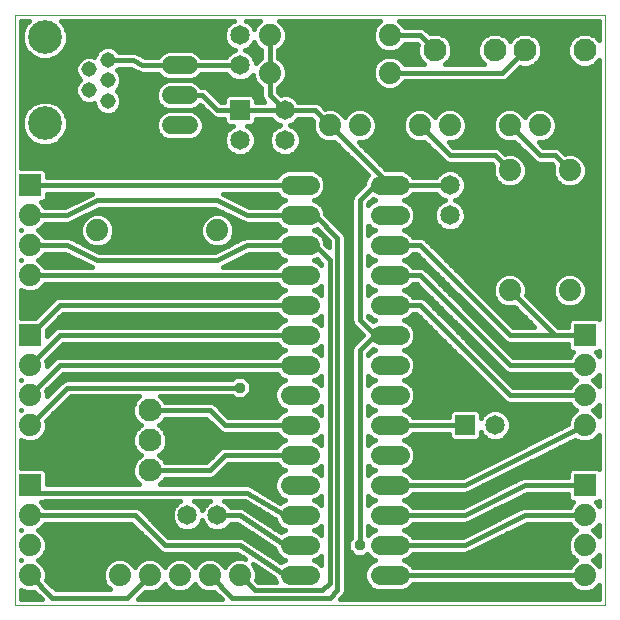
<source format=gtl>
G75*
%MOIN*%
%OFA0B0*%
%FSLAX25Y25*%
%IPPOS*%
%LPD*%
%AMOC8*
5,1,8,0,0,1.08239X$1,22.5*
%
%ADD10C,0.00000*%
%ADD11C,0.06500*%
%ADD12R,0.06500X0.06500*%
%ADD13C,0.07400*%
%ADD14R,0.07400X0.07400*%
%ADD15C,0.07600*%
%ADD16C,0.06496*%
%ADD17C,0.05150*%
%ADD18C,0.11220*%
%ADD19C,0.06000*%
%ADD20C,0.01600*%
%ADD21OC8,0.03562*%
D10*
X0006014Y0001800D02*
X0006014Y0198650D01*
X0202864Y0198650D01*
X0202864Y0001800D01*
X0006014Y0001800D01*
D11*
X0063514Y0031800D03*
X0073514Y0031800D03*
X0166014Y0061800D03*
X0151014Y0131800D03*
X0151014Y0141800D03*
X0096014Y0156800D03*
X0096014Y0166800D03*
X0081014Y0156800D03*
X0081014Y0181800D03*
X0081014Y0191800D03*
D12*
X0081014Y0166800D03*
X0156014Y0061800D03*
D13*
X0196014Y0061800D03*
X0196014Y0071800D03*
X0196014Y0081800D03*
X0191014Y0106800D03*
X0171014Y0106800D03*
X0171014Y0146800D03*
X0171014Y0161800D03*
X0181014Y0161800D03*
X0191014Y0146800D03*
X0151014Y0161800D03*
X0141014Y0161800D03*
X0131014Y0179300D03*
X0131014Y0191800D03*
X0121014Y0161800D03*
X0111014Y0161800D03*
X0091014Y0179300D03*
X0091014Y0191800D03*
X0073514Y0126800D03*
X0033514Y0126800D03*
X0011014Y0121800D03*
X0011014Y0111800D03*
X0011014Y0131800D03*
X0011014Y0081800D03*
X0011014Y0071800D03*
X0011014Y0061800D03*
X0011014Y0031800D03*
X0011014Y0021800D03*
X0011014Y0011800D03*
X0041014Y0011800D03*
X0051014Y0011800D03*
X0061014Y0011800D03*
X0071014Y0011800D03*
X0081014Y0011800D03*
X0196014Y0011800D03*
X0196014Y0021800D03*
X0196014Y0031800D03*
D14*
X0196014Y0041800D03*
X0196014Y0091800D03*
X0011014Y0091800D03*
X0011014Y0041800D03*
X0011014Y0141800D03*
D15*
X0051014Y0066800D03*
X0051014Y0056800D03*
X0051014Y0046800D03*
X0146014Y0186800D03*
X0166014Y0186800D03*
X0176014Y0186800D03*
X0196014Y0186800D03*
D16*
X0134262Y0141800D02*
X0127766Y0141800D01*
X0127766Y0131800D02*
X0134262Y0131800D01*
X0134262Y0121800D02*
X0127766Y0121800D01*
X0127766Y0111800D02*
X0134262Y0111800D01*
X0134262Y0101800D02*
X0127766Y0101800D01*
X0127766Y0091800D02*
X0134262Y0091800D01*
X0134262Y0081800D02*
X0127766Y0081800D01*
X0127766Y0071800D02*
X0134262Y0071800D01*
X0134262Y0061800D02*
X0127766Y0061800D01*
X0127766Y0051800D02*
X0134262Y0051800D01*
X0134262Y0041800D02*
X0127766Y0041800D01*
X0127766Y0031800D02*
X0134262Y0031800D01*
X0134262Y0021800D02*
X0127766Y0021800D01*
X0127766Y0011800D02*
X0134262Y0011800D01*
X0104262Y0011800D02*
X0097766Y0011800D01*
X0097766Y0021800D02*
X0104262Y0021800D01*
X0104262Y0031800D02*
X0097766Y0031800D01*
X0097766Y0041800D02*
X0104262Y0041800D01*
X0104262Y0051800D02*
X0097766Y0051800D01*
X0097766Y0061800D02*
X0104262Y0061800D01*
X0104262Y0071800D02*
X0097766Y0071800D01*
X0097766Y0081800D02*
X0104262Y0081800D01*
X0104262Y0091800D02*
X0097766Y0091800D01*
X0097766Y0101800D02*
X0104262Y0101800D01*
X0104262Y0111800D02*
X0097766Y0111800D01*
X0097766Y0121800D02*
X0104262Y0121800D01*
X0104262Y0131800D02*
X0097766Y0131800D01*
X0097766Y0141800D02*
X0104262Y0141800D01*
D17*
X0037014Y0169800D03*
X0037014Y0176800D03*
X0030814Y0173500D03*
X0030814Y0180400D03*
X0037014Y0183500D03*
D18*
X0016014Y0191170D03*
X0016014Y0162430D03*
D19*
X0058014Y0161800D02*
X0064014Y0161800D01*
X0064014Y0171800D02*
X0058014Y0171800D01*
X0058014Y0181800D02*
X0064014Y0181800D01*
D20*
X0061014Y0181800D02*
X0048514Y0181800D01*
X0045564Y0183500D01*
X0037014Y0183500D01*
X0040684Y0186300D02*
X0039605Y0187378D01*
X0037924Y0188075D01*
X0036104Y0188075D01*
X0034422Y0187378D01*
X0033135Y0186091D01*
X0032534Y0184639D01*
X0031724Y0184975D01*
X0029904Y0184975D01*
X0028222Y0184278D01*
X0026935Y0182991D01*
X0026239Y0181310D01*
X0026239Y0179490D01*
X0026935Y0177809D01*
X0027794Y0176950D01*
X0026935Y0176091D01*
X0026239Y0174410D01*
X0026239Y0172590D01*
X0026935Y0170909D01*
X0028222Y0169622D01*
X0029904Y0168925D01*
X0031724Y0168925D01*
X0032439Y0169221D01*
X0032439Y0168890D01*
X0033135Y0167209D01*
X0034422Y0165922D01*
X0036104Y0165225D01*
X0037924Y0165225D01*
X0039605Y0165922D01*
X0040892Y0167209D01*
X0041589Y0168890D01*
X0041589Y0170710D01*
X0040892Y0172391D01*
X0039984Y0173300D01*
X0040892Y0174209D01*
X0041589Y0175890D01*
X0041589Y0177710D01*
X0040892Y0179391D01*
X0040134Y0180150D01*
X0040684Y0180700D01*
X0044815Y0180700D01*
X0046795Y0179559D01*
X0046928Y0179426D01*
X0047274Y0179283D01*
X0047598Y0179096D01*
X0047784Y0179072D01*
X0047957Y0179000D01*
X0048331Y0179000D01*
X0048703Y0178951D01*
X0048884Y0179000D01*
X0053762Y0179000D01*
X0053775Y0178968D01*
X0055181Y0177561D01*
X0057019Y0176800D01*
X0065008Y0176800D01*
X0066846Y0177561D01*
X0068253Y0178968D01*
X0068266Y0179000D01*
X0076491Y0179000D01*
X0076563Y0178826D01*
X0078040Y0177349D01*
X0079969Y0176550D01*
X0082058Y0176550D01*
X0083988Y0177349D01*
X0085314Y0178675D01*
X0085314Y0178166D01*
X0086182Y0176071D01*
X0087785Y0174468D01*
X0088214Y0174290D01*
X0088214Y0171243D01*
X0088640Y0170214D01*
X0089254Y0169600D01*
X0086264Y0169600D01*
X0086264Y0170878D01*
X0085092Y0172050D01*
X0076935Y0172050D01*
X0075764Y0170878D01*
X0075764Y0169600D01*
X0074674Y0169600D01*
X0070888Y0173386D01*
X0070100Y0174174D01*
X0069071Y0174600D01*
X0068266Y0174600D01*
X0068253Y0174632D01*
X0066846Y0176039D01*
X0065008Y0176800D01*
X0057019Y0176800D01*
X0055181Y0176039D01*
X0053775Y0174632D01*
X0053014Y0172795D01*
X0053014Y0170805D01*
X0053775Y0168968D01*
X0055181Y0167561D01*
X0057019Y0166800D01*
X0055181Y0166039D01*
X0053775Y0164632D01*
X0053014Y0162795D01*
X0053014Y0160805D01*
X0053775Y0158968D01*
X0055181Y0157561D01*
X0057019Y0156800D01*
X0065008Y0156800D01*
X0066846Y0157561D01*
X0068253Y0158968D01*
X0069014Y0160805D01*
X0069014Y0162795D01*
X0068253Y0164632D01*
X0066846Y0166039D01*
X0065008Y0166800D01*
X0057019Y0166800D01*
X0065008Y0166800D01*
X0066846Y0167561D01*
X0067819Y0168535D01*
X0071928Y0164426D01*
X0072957Y0164000D01*
X0075764Y0164000D01*
X0075764Y0162722D01*
X0076935Y0161550D01*
X0078762Y0161550D01*
X0078040Y0161251D01*
X0076563Y0159774D01*
X0075764Y0157844D01*
X0075764Y0155756D01*
X0076563Y0153826D01*
X0078040Y0152349D01*
X0079969Y0151550D01*
X0082058Y0151550D01*
X0083988Y0152349D01*
X0085465Y0153826D01*
X0086264Y0155756D01*
X0086264Y0157844D01*
X0085465Y0159774D01*
X0083988Y0161251D01*
X0083265Y0161550D01*
X0085092Y0161550D01*
X0086264Y0162722D01*
X0086264Y0164000D01*
X0091491Y0164000D01*
X0091563Y0163826D01*
X0093040Y0162349D01*
X0094366Y0161800D01*
X0093040Y0161251D01*
X0091563Y0159774D01*
X0090764Y0157844D01*
X0090764Y0155756D01*
X0091563Y0153826D01*
X0093040Y0152349D01*
X0094969Y0151550D01*
X0097058Y0151550D01*
X0098988Y0152349D01*
X0100465Y0153826D01*
X0101264Y0155756D01*
X0101264Y0157844D01*
X0100465Y0159774D01*
X0098988Y0161251D01*
X0097662Y0161800D01*
X0098988Y0162349D01*
X0100465Y0163826D01*
X0100537Y0164000D01*
X0104854Y0164000D01*
X0105491Y0163363D01*
X0105314Y0162934D01*
X0105314Y0160666D01*
X0106182Y0158571D01*
X0107785Y0156968D01*
X0109880Y0156100D01*
X0112148Y0156100D01*
X0112576Y0156278D01*
X0123699Y0145155D01*
X0123317Y0144773D01*
X0122518Y0142844D01*
X0122518Y0142264D01*
X0119428Y0139174D01*
X0118640Y0138386D01*
X0118214Y0137357D01*
X0118214Y0096243D01*
X0118640Y0095214D01*
X0122054Y0091800D01*
X0119428Y0089174D01*
X0118640Y0088386D01*
X0118214Y0087357D01*
X0118214Y0024347D01*
X0117233Y0023366D01*
X0117233Y0020234D01*
X0119448Y0018019D01*
X0122580Y0018019D01*
X0123352Y0018791D01*
X0124793Y0017351D01*
X0126123Y0016800D01*
X0124793Y0016249D01*
X0123317Y0014773D01*
X0122518Y0012844D01*
X0122518Y0010756D01*
X0123317Y0008827D01*
X0124793Y0007351D01*
X0126722Y0006552D01*
X0135306Y0006552D01*
X0137235Y0007351D01*
X0138711Y0008827D01*
X0138782Y0009000D01*
X0191004Y0009000D01*
X0191182Y0008571D01*
X0192785Y0006968D01*
X0194880Y0006100D01*
X0197148Y0006100D01*
X0199243Y0006968D01*
X0200846Y0008571D01*
X0200864Y0008614D01*
X0200864Y0003800D01*
X0114474Y0003800D01*
X0115100Y0004426D01*
X0115887Y0005214D01*
X0116314Y0006243D01*
X0116314Y0124857D01*
X0115887Y0125886D01*
X0109510Y0132264D01*
X0109510Y0132844D01*
X0108711Y0134773D01*
X0107235Y0136249D01*
X0105904Y0136800D01*
X0107235Y0137351D01*
X0108711Y0138827D01*
X0109510Y0140756D01*
X0109510Y0142844D01*
X0108711Y0144773D01*
X0107235Y0146249D01*
X0105306Y0147048D01*
X0096722Y0147048D01*
X0094793Y0146249D01*
X0093317Y0144773D01*
X0093245Y0144600D01*
X0016714Y0144600D01*
X0016714Y0146328D01*
X0015542Y0147500D01*
X0008014Y0147500D01*
X0008014Y0196650D01*
X0010731Y0196650D01*
X0009562Y0195481D01*
X0008404Y0192684D01*
X0008404Y0189656D01*
X0009562Y0186859D01*
X0011703Y0184718D01*
X0014500Y0183560D01*
X0017528Y0183560D01*
X0020325Y0184718D01*
X0022465Y0186859D01*
X0023624Y0189656D01*
X0023624Y0192684D01*
X0022465Y0195481D01*
X0021296Y0196650D01*
X0079004Y0196650D01*
X0078040Y0196251D01*
X0076563Y0194774D01*
X0075764Y0192844D01*
X0075764Y0190756D01*
X0076563Y0188826D01*
X0078040Y0187349D01*
X0079366Y0186800D01*
X0078040Y0186251D01*
X0076563Y0184774D01*
X0076491Y0184600D01*
X0068266Y0184600D01*
X0068253Y0184632D01*
X0066846Y0186039D01*
X0065008Y0186800D01*
X0057019Y0186800D01*
X0055181Y0186039D01*
X0053775Y0184632D01*
X0053762Y0184600D01*
X0049263Y0184600D01*
X0047282Y0185741D01*
X0047150Y0185874D01*
X0046804Y0186017D01*
X0046479Y0186204D01*
X0046294Y0186228D01*
X0046121Y0186300D01*
X0045746Y0186300D01*
X0045375Y0186349D01*
X0045194Y0186300D01*
X0040684Y0186300D01*
X0039756Y0187227D02*
X0078334Y0187227D01*
X0077418Y0185629D02*
X0067256Y0185629D01*
X0061014Y0181800D02*
X0081014Y0181800D01*
X0084610Y0185629D02*
X0088214Y0185629D01*
X0088214Y0186790D02*
X0088214Y0184310D01*
X0087785Y0184132D01*
X0086264Y0182611D01*
X0086264Y0182844D01*
X0085465Y0184774D01*
X0083988Y0186251D01*
X0082662Y0186800D01*
X0083988Y0187349D01*
X0085465Y0188826D01*
X0085770Y0189564D01*
X0086182Y0188571D01*
X0087785Y0186968D01*
X0088214Y0186790D01*
X0087525Y0187227D02*
X0083693Y0187227D01*
X0085464Y0188826D02*
X0086076Y0188826D01*
X0085773Y0184030D02*
X0087683Y0184030D01*
X0091014Y0179300D02*
X0091014Y0191800D01*
X0096429Y0193621D02*
X0125599Y0193621D01*
X0125314Y0192934D02*
X0126182Y0195029D01*
X0127785Y0196632D01*
X0127828Y0196650D01*
X0094200Y0196650D01*
X0094243Y0196632D01*
X0095846Y0195029D01*
X0096714Y0192934D01*
X0096714Y0190666D01*
X0095846Y0188571D01*
X0094243Y0186968D01*
X0093814Y0186790D01*
X0093814Y0184310D01*
X0094243Y0184132D01*
X0095846Y0182529D01*
X0096714Y0180434D01*
X0096714Y0178166D01*
X0095846Y0176071D01*
X0094243Y0174468D01*
X0093814Y0174290D01*
X0093814Y0172960D01*
X0094796Y0171978D01*
X0094969Y0172050D01*
X0097058Y0172050D01*
X0098988Y0171251D01*
X0100465Y0169774D01*
X0100537Y0169600D01*
X0106571Y0169600D01*
X0107600Y0169174D01*
X0108387Y0168386D01*
X0109451Y0167322D01*
X0109880Y0167500D01*
X0112148Y0167500D01*
X0114243Y0166632D01*
X0115846Y0165029D01*
X0116014Y0164624D01*
X0116182Y0165029D01*
X0117785Y0166632D01*
X0119880Y0167500D01*
X0122148Y0167500D01*
X0124243Y0166632D01*
X0125846Y0165029D01*
X0126714Y0162934D01*
X0126714Y0160666D01*
X0125846Y0158571D01*
X0124243Y0156968D01*
X0122148Y0156100D01*
X0120674Y0156100D01*
X0129726Y0147048D01*
X0135306Y0147048D01*
X0137235Y0146249D01*
X0138711Y0144773D01*
X0138782Y0144600D01*
X0146491Y0144600D01*
X0146563Y0144774D01*
X0148040Y0146251D01*
X0149969Y0147050D01*
X0152058Y0147050D01*
X0153988Y0146251D01*
X0155465Y0144774D01*
X0156264Y0142844D01*
X0156264Y0140756D01*
X0155465Y0138826D01*
X0153988Y0137349D01*
X0152662Y0136800D01*
X0153988Y0136251D01*
X0155465Y0134774D01*
X0156264Y0132844D01*
X0156264Y0130756D01*
X0155465Y0128826D01*
X0153988Y0127349D01*
X0152058Y0126550D01*
X0149969Y0126550D01*
X0148040Y0127349D01*
X0146563Y0128826D01*
X0145764Y0130756D01*
X0145764Y0132844D01*
X0146563Y0134774D01*
X0148040Y0136251D01*
X0149366Y0136800D01*
X0148040Y0137349D01*
X0146563Y0138826D01*
X0146491Y0139000D01*
X0138782Y0139000D01*
X0138711Y0138827D01*
X0137235Y0137351D01*
X0135904Y0136800D01*
X0137235Y0136249D01*
X0138711Y0134773D01*
X0139510Y0132844D01*
X0139510Y0130756D01*
X0138711Y0128827D01*
X0137235Y0127351D01*
X0135904Y0126800D01*
X0137235Y0126249D01*
X0138711Y0124773D01*
X0138782Y0124600D01*
X0141571Y0124600D01*
X0142600Y0124174D01*
X0172174Y0094600D01*
X0179254Y0094600D01*
X0172576Y0101278D01*
X0172148Y0101100D01*
X0169880Y0101100D01*
X0167785Y0101968D01*
X0166182Y0103571D01*
X0165314Y0105666D01*
X0165314Y0107934D01*
X0166182Y0110029D01*
X0167785Y0111632D01*
X0169880Y0112500D01*
X0172148Y0112500D01*
X0174243Y0111632D01*
X0175846Y0110029D01*
X0176714Y0107934D01*
X0176714Y0105666D01*
X0176536Y0105237D01*
X0187174Y0094600D01*
X0190314Y0094600D01*
X0190314Y0096328D01*
X0191485Y0097500D01*
X0200542Y0097500D01*
X0200864Y0097178D01*
X0200864Y0183448D01*
X0199299Y0181883D01*
X0197167Y0181000D01*
X0194860Y0181000D01*
X0192728Y0181883D01*
X0191097Y0183515D01*
X0190214Y0185646D01*
X0190214Y0187954D01*
X0191097Y0190085D01*
X0192728Y0191717D01*
X0194860Y0192600D01*
X0197167Y0192600D01*
X0199299Y0191717D01*
X0200864Y0190152D01*
X0200864Y0196650D01*
X0134200Y0196650D01*
X0134243Y0196632D01*
X0135846Y0195029D01*
X0136024Y0194600D01*
X0141571Y0194600D01*
X0142600Y0194174D01*
X0144375Y0192399D01*
X0144860Y0192600D01*
X0147167Y0192600D01*
X0149299Y0191717D01*
X0150931Y0190085D01*
X0151814Y0187954D01*
X0151814Y0185646D01*
X0150931Y0183515D01*
X0149516Y0182100D01*
X0162511Y0182100D01*
X0161097Y0183515D01*
X0160214Y0185646D01*
X0160214Y0187954D01*
X0161097Y0190085D01*
X0162728Y0191717D01*
X0164860Y0192600D01*
X0167167Y0192600D01*
X0169299Y0191717D01*
X0170931Y0190085D01*
X0171014Y0189885D01*
X0171097Y0190085D01*
X0172728Y0191717D01*
X0174860Y0192600D01*
X0177167Y0192600D01*
X0179299Y0191717D01*
X0180931Y0190085D01*
X0181814Y0187954D01*
X0181814Y0185646D01*
X0180931Y0183515D01*
X0179299Y0181883D01*
X0177167Y0181000D01*
X0174860Y0181000D01*
X0174375Y0181201D01*
X0170100Y0176926D01*
X0169071Y0176500D01*
X0136024Y0176500D01*
X0135846Y0176071D01*
X0134243Y0174468D01*
X0132148Y0173600D01*
X0129880Y0173600D01*
X0127785Y0174468D01*
X0126182Y0176071D01*
X0125314Y0178166D01*
X0125314Y0180434D01*
X0126182Y0182529D01*
X0127785Y0184132D01*
X0129880Y0185000D01*
X0132148Y0185000D01*
X0134243Y0184132D01*
X0135846Y0182529D01*
X0136024Y0182100D01*
X0142511Y0182100D01*
X0141097Y0183515D01*
X0140214Y0185646D01*
X0140214Y0187954D01*
X0140415Y0188439D01*
X0139854Y0189000D01*
X0136024Y0189000D01*
X0135846Y0188571D01*
X0134243Y0186968D01*
X0132148Y0186100D01*
X0129880Y0186100D01*
X0127785Y0186968D01*
X0126182Y0188571D01*
X0125314Y0190666D01*
X0125314Y0192934D01*
X0125314Y0192023D02*
X0096714Y0192023D01*
X0096614Y0190424D02*
X0125414Y0190424D01*
X0126076Y0188826D02*
X0095951Y0188826D01*
X0094502Y0187227D02*
X0127525Y0187227D01*
X0127683Y0184030D02*
X0094345Y0184030D01*
X0093814Y0185629D02*
X0140221Y0185629D01*
X0140214Y0187227D02*
X0134502Y0187227D01*
X0135951Y0188826D02*
X0140028Y0188826D01*
X0141014Y0191800D02*
X0146014Y0186800D01*
X0151453Y0188826D02*
X0160575Y0188826D01*
X0160214Y0187227D02*
X0151814Y0187227D01*
X0151807Y0185629D02*
X0160221Y0185629D01*
X0160883Y0184030D02*
X0151144Y0184030D01*
X0149848Y0182432D02*
X0162180Y0182432D01*
X0168514Y0179300D02*
X0176014Y0186800D01*
X0179848Y0182432D02*
X0192180Y0182432D01*
X0190883Y0184030D02*
X0181144Y0184030D01*
X0181807Y0185629D02*
X0190221Y0185629D01*
X0190214Y0187227D02*
X0181814Y0187227D01*
X0181453Y0188826D02*
X0190575Y0188826D01*
X0191436Y0190424D02*
X0180592Y0190424D01*
X0178561Y0192023D02*
X0193467Y0192023D01*
X0198561Y0192023D02*
X0200864Y0192023D01*
X0200864Y0193621D02*
X0143152Y0193621D01*
X0141014Y0191800D02*
X0131014Y0191800D01*
X0126373Y0195220D02*
X0095655Y0195220D01*
X0087828Y0196650D02*
X0087785Y0196632D01*
X0086182Y0195029D01*
X0085770Y0194036D01*
X0085465Y0194774D01*
X0083988Y0196251D01*
X0083024Y0196650D01*
X0087828Y0196650D01*
X0086373Y0195220D02*
X0085019Y0195220D01*
X0077009Y0195220D02*
X0022574Y0195220D01*
X0023236Y0193621D02*
X0076086Y0193621D01*
X0075764Y0192023D02*
X0023624Y0192023D01*
X0023624Y0190424D02*
X0075901Y0190424D01*
X0076563Y0188826D02*
X0023280Y0188826D01*
X0022618Y0187227D02*
X0034271Y0187227D01*
X0032944Y0185629D02*
X0021235Y0185629D01*
X0018663Y0184030D02*
X0027974Y0184030D01*
X0026704Y0182432D02*
X0008014Y0182432D01*
X0008014Y0184030D02*
X0013364Y0184030D01*
X0010793Y0185629D02*
X0008014Y0185629D01*
X0008014Y0187227D02*
X0009410Y0187227D01*
X0008748Y0188826D02*
X0008014Y0188826D01*
X0008014Y0190424D02*
X0008404Y0190424D01*
X0008404Y0192023D02*
X0008014Y0192023D01*
X0008014Y0193621D02*
X0008792Y0193621D01*
X0009454Y0195220D02*
X0008014Y0195220D01*
X0008014Y0180833D02*
X0026239Y0180833D01*
X0026345Y0179235D02*
X0008014Y0179235D01*
X0008014Y0177636D02*
X0027108Y0177636D01*
X0026913Y0176038D02*
X0008014Y0176038D01*
X0008014Y0174439D02*
X0026251Y0174439D01*
X0026239Y0172841D02*
X0008014Y0172841D01*
X0008014Y0171242D02*
X0026797Y0171242D01*
X0028200Y0169644D02*
X0018485Y0169644D01*
X0017528Y0170040D02*
X0020325Y0168882D01*
X0022465Y0166741D01*
X0023624Y0163944D01*
X0023624Y0160916D01*
X0022465Y0158119D01*
X0020325Y0155978D01*
X0017528Y0154820D01*
X0014500Y0154820D01*
X0011703Y0155978D01*
X0009562Y0158119D01*
X0008404Y0160916D01*
X0008404Y0163944D01*
X0009562Y0166741D01*
X0011703Y0168882D01*
X0014500Y0170040D01*
X0017528Y0170040D01*
X0013543Y0169644D02*
X0008014Y0169644D01*
X0008014Y0168045D02*
X0010867Y0168045D01*
X0009440Y0166447D02*
X0008014Y0166447D01*
X0008014Y0164848D02*
X0008778Y0164848D01*
X0008404Y0163250D02*
X0008014Y0163250D01*
X0008014Y0161651D02*
X0008404Y0161651D01*
X0008761Y0160053D02*
X0008014Y0160053D01*
X0008014Y0158454D02*
X0009423Y0158454D01*
X0010826Y0156856D02*
X0008014Y0156856D01*
X0008014Y0155257D02*
X0013444Y0155257D01*
X0018584Y0155257D02*
X0075970Y0155257D01*
X0075764Y0156856D02*
X0065143Y0156856D01*
X0067739Y0158454D02*
X0076016Y0158454D01*
X0076842Y0160053D02*
X0068702Y0160053D01*
X0069014Y0161651D02*
X0076834Y0161651D01*
X0075764Y0163250D02*
X0068825Y0163250D01*
X0068037Y0164848D02*
X0071506Y0164848D01*
X0069907Y0166447D02*
X0065861Y0166447D01*
X0067330Y0168045D02*
X0068309Y0168045D01*
X0068514Y0171800D02*
X0061014Y0171800D01*
X0066847Y0176038D02*
X0086215Y0176038D01*
X0085533Y0177636D02*
X0084275Y0177636D01*
X0087854Y0174439D02*
X0069459Y0174439D01*
X0071433Y0172841D02*
X0088214Y0172841D01*
X0088214Y0171242D02*
X0085900Y0171242D01*
X0086264Y0169644D02*
X0089210Y0169644D01*
X0091014Y0171800D02*
X0091014Y0179300D01*
X0096494Y0177636D02*
X0125533Y0177636D01*
X0125314Y0179235D02*
X0096714Y0179235D01*
X0096548Y0180833D02*
X0125479Y0180833D01*
X0126141Y0182432D02*
X0095886Y0182432D01*
X0095813Y0176038D02*
X0126215Y0176038D01*
X0127854Y0174439D02*
X0094174Y0174439D01*
X0093933Y0172841D02*
X0200864Y0172841D01*
X0200864Y0174439D02*
X0134174Y0174439D01*
X0135813Y0176038D02*
X0200864Y0176038D01*
X0200864Y0177636D02*
X0170810Y0177636D01*
X0172408Y0179235D02*
X0200864Y0179235D01*
X0200864Y0180833D02*
X0174007Y0180833D01*
X0168514Y0179300D02*
X0131014Y0179300D01*
X0134345Y0184030D02*
X0140883Y0184030D01*
X0142180Y0182432D02*
X0135886Y0182432D01*
X0148561Y0192023D02*
X0163467Y0192023D01*
X0161436Y0190424D02*
X0150592Y0190424D01*
X0135655Y0195220D02*
X0200864Y0195220D01*
X0200864Y0190424D02*
X0200592Y0190424D01*
X0200864Y0182432D02*
X0199848Y0182432D01*
X0200864Y0171242D02*
X0098996Y0171242D01*
X0100518Y0169644D02*
X0200864Y0169644D01*
X0200864Y0168045D02*
X0108728Y0168045D01*
X0106014Y0166800D02*
X0096014Y0166800D01*
X0081014Y0166800D01*
X0073514Y0166800D01*
X0068514Y0171800D01*
X0073031Y0171242D02*
X0076128Y0171242D01*
X0075764Y0169644D02*
X0074630Y0169644D01*
X0077753Y0177636D02*
X0066921Y0177636D01*
X0055106Y0177636D02*
X0041589Y0177636D01*
X0041589Y0176038D02*
X0055180Y0176038D01*
X0053695Y0174439D02*
X0040988Y0174439D01*
X0040443Y0172841D02*
X0053033Y0172841D01*
X0053014Y0171242D02*
X0041368Y0171242D01*
X0041589Y0169644D02*
X0053495Y0169644D01*
X0054698Y0168045D02*
X0041239Y0168045D01*
X0040130Y0166447D02*
X0056166Y0166447D01*
X0053991Y0164848D02*
X0023249Y0164848D01*
X0023624Y0163250D02*
X0053202Y0163250D01*
X0053014Y0161651D02*
X0023624Y0161651D01*
X0023266Y0160053D02*
X0053326Y0160053D01*
X0054289Y0158454D02*
X0022604Y0158454D01*
X0021202Y0156856D02*
X0056885Y0156856D01*
X0075375Y0139000D02*
X0084175Y0134600D01*
X0093245Y0134600D01*
X0093317Y0134773D01*
X0094793Y0136249D01*
X0096123Y0136800D01*
X0094793Y0137351D01*
X0093317Y0138827D01*
X0093245Y0139000D01*
X0075375Y0139000D01*
X0073514Y0136800D02*
X0083514Y0131800D01*
X0101014Y0131800D01*
X0106014Y0131800D01*
X0113514Y0124300D01*
X0113514Y0006800D01*
X0111014Y0004300D01*
X0078514Y0004300D01*
X0071014Y0011800D01*
X0068684Y0006596D02*
X0063344Y0006596D01*
X0064243Y0006968D02*
X0062148Y0006100D01*
X0059880Y0006100D01*
X0057785Y0006968D01*
X0056182Y0008571D01*
X0056014Y0008976D01*
X0055846Y0008571D01*
X0054243Y0006968D01*
X0052148Y0006100D01*
X0049880Y0006100D01*
X0049451Y0006278D01*
X0046974Y0003800D01*
X0075054Y0003800D01*
X0072576Y0006278D01*
X0072148Y0006100D01*
X0069880Y0006100D01*
X0067785Y0006968D01*
X0066182Y0008571D01*
X0066014Y0008976D01*
X0065846Y0008571D01*
X0064243Y0006968D01*
X0065469Y0008194D02*
X0066559Y0008194D01*
X0066014Y0014624D02*
X0065846Y0015029D01*
X0064243Y0016632D01*
X0062148Y0017500D01*
X0059880Y0017500D01*
X0057785Y0016632D01*
X0056182Y0015029D01*
X0056014Y0014624D01*
X0055846Y0015029D01*
X0054243Y0016632D01*
X0052148Y0017500D01*
X0049880Y0017500D01*
X0047785Y0016632D01*
X0046182Y0015029D01*
X0046014Y0014624D01*
X0045846Y0015029D01*
X0044243Y0016632D01*
X0042148Y0017500D01*
X0039880Y0017500D01*
X0037785Y0016632D01*
X0036182Y0015029D01*
X0035314Y0012934D01*
X0035314Y0010666D01*
X0036182Y0008571D01*
X0037653Y0007100D01*
X0019674Y0007100D01*
X0016536Y0010237D01*
X0016714Y0010666D01*
X0016714Y0012934D01*
X0015846Y0015029D01*
X0014243Y0016632D01*
X0013838Y0016800D01*
X0014243Y0016968D01*
X0015846Y0018571D01*
X0016714Y0020666D01*
X0016714Y0022934D01*
X0015846Y0025029D01*
X0014243Y0026632D01*
X0013838Y0026800D01*
X0014243Y0026968D01*
X0015846Y0028571D01*
X0016024Y0029000D01*
X0044854Y0029000D01*
X0053640Y0020214D01*
X0054428Y0019426D01*
X0055457Y0019000D01*
X0080166Y0019000D01*
X0082857Y0017206D01*
X0082148Y0017500D01*
X0079880Y0017500D01*
X0077785Y0016632D01*
X0076182Y0015029D01*
X0076014Y0014624D01*
X0075846Y0015029D01*
X0074243Y0016632D01*
X0072148Y0017500D01*
X0069880Y0017500D01*
X0067785Y0016632D01*
X0066182Y0015029D01*
X0066014Y0014624D01*
X0064688Y0016187D02*
X0067339Y0016187D01*
X0074688Y0016187D02*
X0077339Y0016187D01*
X0081988Y0017785D02*
X0015060Y0017785D01*
X0014688Y0016187D02*
X0037339Y0016187D01*
X0035999Y0014588D02*
X0016029Y0014588D01*
X0016691Y0012990D02*
X0035337Y0012990D01*
X0035314Y0011391D02*
X0016714Y0011391D01*
X0016981Y0009793D02*
X0035676Y0009793D01*
X0036559Y0008194D02*
X0018580Y0008194D01*
X0018514Y0004300D02*
X0011014Y0011800D01*
X0008684Y0006596D02*
X0008014Y0006596D01*
X0008014Y0006873D02*
X0009880Y0006100D01*
X0012148Y0006100D01*
X0012576Y0006278D01*
X0015054Y0003800D01*
X0008014Y0003800D01*
X0008014Y0006873D01*
X0008014Y0004997D02*
X0013857Y0004997D01*
X0018514Y0004300D02*
X0043514Y0004300D01*
X0051014Y0011800D01*
X0053344Y0006596D02*
X0058684Y0006596D01*
X0056559Y0008194D02*
X0055469Y0008194D01*
X0048171Y0004997D02*
X0073857Y0004997D01*
X0081014Y0011800D02*
X0086014Y0006800D01*
X0108514Y0006800D01*
X0111014Y0009300D01*
X0111014Y0116800D01*
X0106014Y0121800D01*
X0101014Y0121800D01*
X0083514Y0121800D01*
X0073514Y0116800D01*
X0033514Y0116800D01*
X0023514Y0121800D01*
X0011014Y0121800D01*
X0016024Y0124600D02*
X0015846Y0125029D01*
X0014243Y0126632D01*
X0013838Y0126800D01*
X0014243Y0126968D01*
X0015846Y0128571D01*
X0016024Y0129000D01*
X0023059Y0129000D01*
X0023157Y0128968D01*
X0023613Y0129000D01*
X0024071Y0129000D01*
X0024166Y0129039D01*
X0024268Y0129047D01*
X0024677Y0129251D01*
X0025100Y0129426D01*
X0025172Y0129499D01*
X0034175Y0134000D01*
X0072853Y0134000D01*
X0081855Y0129499D01*
X0081928Y0129426D01*
X0082351Y0129251D01*
X0082760Y0129047D01*
X0082862Y0129039D01*
X0082957Y0129000D01*
X0083414Y0129000D01*
X0083871Y0128968D01*
X0083968Y0129000D01*
X0093245Y0129000D01*
X0093317Y0128827D01*
X0094793Y0127351D01*
X0096123Y0126800D01*
X0094793Y0126249D01*
X0093317Y0124773D01*
X0093245Y0124600D01*
X0083968Y0124600D01*
X0083871Y0124632D01*
X0083414Y0124600D01*
X0082957Y0124600D01*
X0082862Y0124561D01*
X0082760Y0124553D01*
X0082351Y0124349D01*
X0081928Y0124174D01*
X0081855Y0124101D01*
X0072853Y0119600D01*
X0034175Y0119600D01*
X0025172Y0124101D01*
X0025100Y0124174D01*
X0024677Y0124349D01*
X0024268Y0124553D01*
X0024166Y0124561D01*
X0024071Y0124600D01*
X0023613Y0124600D01*
X0023157Y0124632D01*
X0023059Y0124600D01*
X0016024Y0124600D01*
X0015905Y0124885D02*
X0028137Y0124885D01*
X0027814Y0125666D02*
X0028682Y0123571D01*
X0030285Y0121968D01*
X0032380Y0121100D01*
X0034648Y0121100D01*
X0036743Y0121968D01*
X0038346Y0123571D01*
X0039214Y0125666D01*
X0039214Y0127934D01*
X0038346Y0130029D01*
X0036743Y0131632D01*
X0034648Y0132500D01*
X0032380Y0132500D01*
X0030285Y0131632D01*
X0028682Y0130029D01*
X0027814Y0127934D01*
X0027814Y0125666D01*
X0027814Y0126484D02*
X0014391Y0126484D01*
X0015357Y0128082D02*
X0027875Y0128082D01*
X0028537Y0129681D02*
X0025537Y0129681D01*
X0023514Y0131800D02*
X0033514Y0136800D01*
X0073514Y0136800D01*
X0075097Y0132878D02*
X0031931Y0132878D01*
X0029932Y0131279D02*
X0028734Y0131279D01*
X0023514Y0131800D02*
X0011014Y0131800D01*
X0014800Y0136075D02*
X0025803Y0136075D01*
X0022853Y0134600D02*
X0016024Y0134600D01*
X0015846Y0135029D01*
X0014775Y0136100D01*
X0015542Y0136100D01*
X0016714Y0137272D01*
X0016714Y0139000D01*
X0031653Y0139000D01*
X0022853Y0134600D01*
X0016714Y0137673D02*
X0029000Y0137673D01*
X0037095Y0131279D02*
X0069932Y0131279D01*
X0070285Y0131632D02*
X0068682Y0130029D01*
X0067814Y0127934D01*
X0067814Y0125666D01*
X0068682Y0123571D01*
X0070285Y0121968D01*
X0072380Y0121100D01*
X0074648Y0121100D01*
X0076743Y0121968D01*
X0078346Y0123571D01*
X0079214Y0125666D01*
X0079214Y0127934D01*
X0078346Y0130029D01*
X0076743Y0131632D01*
X0074648Y0132500D01*
X0072380Y0132500D01*
X0070285Y0131632D01*
X0068537Y0129681D02*
X0038490Y0129681D01*
X0039152Y0128082D02*
X0067875Y0128082D01*
X0067814Y0126484D02*
X0039214Y0126484D01*
X0038890Y0124885D02*
X0068137Y0124885D01*
X0068966Y0123287D02*
X0038062Y0123287D01*
X0036068Y0121688D02*
X0070960Y0121688D01*
X0073832Y0120090D02*
X0033195Y0120090D01*
X0030960Y0121688D02*
X0029998Y0121688D01*
X0028966Y0123287D02*
X0026801Y0123287D01*
X0022853Y0119000D02*
X0031653Y0114600D01*
X0016024Y0114600D01*
X0015846Y0115029D01*
X0014243Y0116632D01*
X0013838Y0116800D01*
X0014243Y0116968D01*
X0015846Y0118571D01*
X0016024Y0119000D01*
X0022853Y0119000D01*
X0023870Y0118491D02*
X0015766Y0118491D01*
X0014062Y0116893D02*
X0027067Y0116893D01*
X0030264Y0115294D02*
X0015580Y0115294D01*
X0011014Y0111800D02*
X0101014Y0111800D01*
X0105904Y0106800D02*
X0107235Y0107351D01*
X0108214Y0108330D01*
X0108214Y0105270D01*
X0107235Y0106249D01*
X0105904Y0106800D01*
X0107116Y0107302D02*
X0108214Y0107302D01*
X0108214Y0105703D02*
X0107780Y0105703D01*
X0101014Y0101800D02*
X0021014Y0101800D01*
X0011014Y0091800D01*
X0016714Y0091460D02*
X0018640Y0093386D01*
X0019428Y0094174D01*
X0020457Y0094600D01*
X0093245Y0094600D01*
X0093317Y0094773D01*
X0094793Y0096249D01*
X0096123Y0096800D01*
X0094793Y0097351D01*
X0093317Y0098827D01*
X0093245Y0099000D01*
X0022174Y0099000D01*
X0016714Y0093540D01*
X0016714Y0091460D01*
X0016714Y0092915D02*
X0018169Y0092915D01*
X0017687Y0094514D02*
X0020248Y0094514D01*
X0019286Y0096112D02*
X0094656Y0096112D01*
X0094433Y0097711D02*
X0020884Y0097711D01*
X0017760Y0102506D02*
X0008014Y0102506D01*
X0008014Y0100908D02*
X0016162Y0100908D01*
X0014563Y0099309D02*
X0008014Y0099309D01*
X0008014Y0097711D02*
X0012965Y0097711D01*
X0012754Y0097500D02*
X0018640Y0103386D01*
X0019428Y0104174D01*
X0020457Y0104600D01*
X0093245Y0104600D01*
X0093317Y0104773D01*
X0094793Y0106249D01*
X0096123Y0106800D01*
X0094793Y0107351D01*
X0093317Y0108827D01*
X0093245Y0109000D01*
X0016024Y0109000D01*
X0015846Y0108571D01*
X0014243Y0106968D01*
X0012148Y0106100D01*
X0009880Y0106100D01*
X0008014Y0106873D01*
X0008014Y0097500D01*
X0012754Y0097500D01*
X0008014Y0104105D02*
X0019359Y0104105D01*
X0014577Y0107302D02*
X0094912Y0107302D01*
X0094247Y0105703D02*
X0008014Y0105703D01*
X0015982Y0108900D02*
X0093286Y0108900D01*
X0093245Y0114600D02*
X0075375Y0114600D01*
X0084175Y0119000D01*
X0093245Y0119000D01*
X0093317Y0118827D01*
X0094793Y0117351D01*
X0096123Y0116800D01*
X0094793Y0116249D01*
X0093317Y0114773D01*
X0093245Y0114600D01*
X0093838Y0115294D02*
X0076763Y0115294D01*
X0079960Y0116893D02*
X0095899Y0116893D01*
X0093653Y0118491D02*
X0083157Y0118491D01*
X0080227Y0123287D02*
X0078062Y0123287D01*
X0078890Y0124885D02*
X0093429Y0124885D01*
X0095360Y0126484D02*
X0079214Y0126484D01*
X0079152Y0128082D02*
X0094062Y0128082D01*
X0094619Y0136075D02*
X0081225Y0136075D01*
X0078028Y0137673D02*
X0094470Y0137673D01*
X0101014Y0141800D02*
X0011014Y0141800D01*
X0016714Y0145666D02*
X0094210Y0145666D01*
X0093738Y0152060D02*
X0083289Y0152060D01*
X0085297Y0153659D02*
X0091731Y0153659D01*
X0090970Y0155257D02*
X0086057Y0155257D01*
X0086264Y0156856D02*
X0090764Y0156856D01*
X0091016Y0158454D02*
X0086011Y0158454D01*
X0085186Y0160053D02*
X0091842Y0160053D01*
X0094007Y0161651D02*
X0085193Y0161651D01*
X0086264Y0163250D02*
X0092140Y0163250D01*
X0096014Y0166800D02*
X0091014Y0171800D01*
X0099888Y0163250D02*
X0105445Y0163250D01*
X0105314Y0161651D02*
X0098021Y0161651D01*
X0100186Y0160053D02*
X0105568Y0160053D01*
X0106299Y0158454D02*
X0101011Y0158454D01*
X0101264Y0156856D02*
X0108056Y0156856D01*
X0111014Y0161800D02*
X0106014Y0166800D01*
X0111014Y0161800D02*
X0131014Y0141800D01*
X0126014Y0141800D01*
X0121014Y0136800D01*
X0121014Y0096800D01*
X0126014Y0091800D01*
X0121014Y0086800D01*
X0121014Y0021800D01*
X0118083Y0019384D02*
X0116314Y0019384D01*
X0116314Y0020982D02*
X0117233Y0020982D01*
X0117233Y0022581D02*
X0116314Y0022581D01*
X0116314Y0024179D02*
X0118046Y0024179D01*
X0118214Y0025778D02*
X0116314Y0025778D01*
X0116314Y0027376D02*
X0118214Y0027376D01*
X0118214Y0028975D02*
X0116314Y0028975D01*
X0116314Y0030573D02*
X0118214Y0030573D01*
X0118214Y0032172D02*
X0116314Y0032172D01*
X0116314Y0033770D02*
X0118214Y0033770D01*
X0118214Y0035369D02*
X0116314Y0035369D01*
X0116314Y0036967D02*
X0118214Y0036967D01*
X0118214Y0038566D02*
X0116314Y0038566D01*
X0116314Y0040164D02*
X0118214Y0040164D01*
X0118214Y0041763D02*
X0116314Y0041763D01*
X0116314Y0043361D02*
X0118214Y0043361D01*
X0118214Y0044960D02*
X0116314Y0044960D01*
X0116314Y0046558D02*
X0118214Y0046558D01*
X0118214Y0048157D02*
X0116314Y0048157D01*
X0116314Y0049755D02*
X0118214Y0049755D01*
X0118214Y0051354D02*
X0116314Y0051354D01*
X0116314Y0052952D02*
X0118214Y0052952D01*
X0118214Y0054551D02*
X0116314Y0054551D01*
X0116314Y0056149D02*
X0118214Y0056149D01*
X0118214Y0057748D02*
X0116314Y0057748D01*
X0116314Y0059346D02*
X0118214Y0059346D01*
X0118214Y0060945D02*
X0116314Y0060945D01*
X0116314Y0062543D02*
X0118214Y0062543D01*
X0118214Y0064142D02*
X0116314Y0064142D01*
X0116314Y0065740D02*
X0118214Y0065740D01*
X0118214Y0067339D02*
X0116314Y0067339D01*
X0116314Y0068937D02*
X0118214Y0068937D01*
X0118214Y0070536D02*
X0116314Y0070536D01*
X0116314Y0072134D02*
X0118214Y0072134D01*
X0118214Y0073733D02*
X0116314Y0073733D01*
X0116314Y0075332D02*
X0118214Y0075332D01*
X0118214Y0076930D02*
X0116314Y0076930D01*
X0116314Y0078529D02*
X0118214Y0078529D01*
X0118214Y0080127D02*
X0116314Y0080127D01*
X0116314Y0081726D02*
X0118214Y0081726D01*
X0118214Y0083324D02*
X0116314Y0083324D01*
X0116314Y0084923D02*
X0118214Y0084923D01*
X0118214Y0086521D02*
X0116314Y0086521D01*
X0116314Y0088120D02*
X0118530Y0088120D01*
X0119972Y0089718D02*
X0116314Y0089718D01*
X0116314Y0091317D02*
X0121571Y0091317D01*
X0120939Y0092915D02*
X0116314Y0092915D01*
X0116314Y0094514D02*
X0119340Y0094514D01*
X0118268Y0096112D02*
X0116314Y0096112D01*
X0116314Y0097711D02*
X0118214Y0097711D01*
X0118214Y0099309D02*
X0116314Y0099309D01*
X0116314Y0100908D02*
X0118214Y0100908D01*
X0118214Y0102506D02*
X0116314Y0102506D01*
X0116314Y0104105D02*
X0118214Y0104105D01*
X0118214Y0105703D02*
X0116314Y0105703D01*
X0116314Y0107302D02*
X0118214Y0107302D01*
X0118214Y0108900D02*
X0116314Y0108900D01*
X0116314Y0110499D02*
X0118214Y0110499D01*
X0118214Y0112097D02*
X0116314Y0112097D01*
X0116314Y0113696D02*
X0118214Y0113696D01*
X0118214Y0115294D02*
X0116314Y0115294D01*
X0116314Y0116893D02*
X0118214Y0116893D01*
X0118214Y0118491D02*
X0116314Y0118491D01*
X0116314Y0120090D02*
X0118214Y0120090D01*
X0118214Y0121688D02*
X0116314Y0121688D01*
X0116314Y0123287D02*
X0118214Y0123287D01*
X0118214Y0124885D02*
X0116302Y0124885D01*
X0115290Y0126484D02*
X0118214Y0126484D01*
X0118214Y0128082D02*
X0113691Y0128082D01*
X0112093Y0129681D02*
X0118214Y0129681D01*
X0118214Y0131279D02*
X0110494Y0131279D01*
X0109496Y0132878D02*
X0118214Y0132878D01*
X0118214Y0134476D02*
X0108834Y0134476D01*
X0107409Y0136075D02*
X0118214Y0136075D01*
X0118345Y0137673D02*
X0107557Y0137673D01*
X0108895Y0139272D02*
X0119526Y0139272D01*
X0121124Y0140870D02*
X0109510Y0140870D01*
X0109510Y0142469D02*
X0122518Y0142469D01*
X0123025Y0144068D02*
X0109003Y0144068D01*
X0107818Y0145666D02*
X0123188Y0145666D01*
X0121589Y0147265D02*
X0015778Y0147265D01*
X0008014Y0148863D02*
X0119991Y0148863D01*
X0118392Y0150462D02*
X0008014Y0150462D01*
X0008014Y0152060D02*
X0078738Y0152060D01*
X0076731Y0153659D02*
X0008014Y0153659D01*
X0021161Y0168045D02*
X0032789Y0168045D01*
X0033897Y0166447D02*
X0022587Y0166447D01*
X0040957Y0179235D02*
X0047357Y0179235D01*
X0047478Y0185629D02*
X0054772Y0185629D01*
X0098289Y0152060D02*
X0116794Y0152060D01*
X0115195Y0153659D02*
X0100297Y0153659D01*
X0101057Y0155257D02*
X0113597Y0155257D01*
X0121516Y0155257D02*
X0143597Y0155257D01*
X0142576Y0156278D02*
X0148640Y0150214D01*
X0149428Y0149426D01*
X0150457Y0149000D01*
X0164854Y0149000D01*
X0165491Y0148363D01*
X0165314Y0147934D01*
X0165314Y0145666D01*
X0154572Y0145666D01*
X0155757Y0144068D02*
X0165976Y0144068D01*
X0166182Y0143571D02*
X0167785Y0141968D01*
X0169880Y0141100D01*
X0172148Y0141100D01*
X0174243Y0141968D01*
X0175846Y0143571D01*
X0176714Y0145666D01*
X0176714Y0147934D01*
X0175846Y0150029D01*
X0174243Y0151632D01*
X0172148Y0152500D01*
X0169880Y0152500D01*
X0169451Y0152322D01*
X0167600Y0154174D01*
X0166571Y0154600D01*
X0152174Y0154600D01*
X0150674Y0156100D01*
X0152148Y0156100D01*
X0154243Y0156968D01*
X0155846Y0158571D01*
X0156714Y0160666D01*
X0156714Y0162934D01*
X0155846Y0165029D01*
X0154243Y0166632D01*
X0152148Y0167500D01*
X0149880Y0167500D01*
X0147785Y0166632D01*
X0146182Y0165029D01*
X0146014Y0164624D01*
X0145846Y0165029D01*
X0144243Y0166632D01*
X0142148Y0167500D01*
X0139880Y0167500D01*
X0137785Y0166632D01*
X0136182Y0165029D01*
X0135314Y0162934D01*
X0135314Y0160666D01*
X0136182Y0158571D01*
X0137785Y0156968D01*
X0139880Y0156100D01*
X0142148Y0156100D01*
X0142576Y0156278D01*
X0145195Y0153659D02*
X0123115Y0153659D01*
X0124713Y0152060D02*
X0146794Y0152060D01*
X0148392Y0150462D02*
X0126312Y0150462D01*
X0127911Y0148863D02*
X0164991Y0148863D01*
X0165314Y0147265D02*
X0129509Y0147265D01*
X0131014Y0141800D02*
X0151014Y0141800D01*
X0147455Y0145666D02*
X0137818Y0145666D01*
X0137557Y0137673D02*
X0147716Y0137673D01*
X0147864Y0136075D02*
X0137409Y0136075D01*
X0138834Y0134476D02*
X0146440Y0134476D01*
X0145778Y0132878D02*
X0139496Y0132878D01*
X0139510Y0131279D02*
X0145764Y0131279D01*
X0146209Y0129681D02*
X0139064Y0129681D01*
X0137966Y0128082D02*
X0147307Y0128082D01*
X0143487Y0123287D02*
X0200864Y0123287D01*
X0200864Y0124885D02*
X0138598Y0124885D01*
X0136668Y0126484D02*
X0200864Y0126484D01*
X0200864Y0128082D02*
X0154721Y0128082D01*
X0155819Y0129681D02*
X0200864Y0129681D01*
X0200864Y0131279D02*
X0156264Y0131279D01*
X0156250Y0132878D02*
X0200864Y0132878D01*
X0200864Y0134476D02*
X0155588Y0134476D01*
X0154163Y0136075D02*
X0200864Y0136075D01*
X0200864Y0137673D02*
X0154312Y0137673D01*
X0155649Y0139272D02*
X0200864Y0139272D01*
X0200864Y0140870D02*
X0156264Y0140870D01*
X0156264Y0142469D02*
X0167284Y0142469D01*
X0166182Y0143571D02*
X0165314Y0145666D01*
X0171014Y0146800D02*
X0166014Y0151800D01*
X0151014Y0151800D01*
X0141014Y0161800D01*
X0135568Y0160053D02*
X0126460Y0160053D01*
X0126714Y0161651D02*
X0135314Y0161651D01*
X0135445Y0163250D02*
X0126583Y0163250D01*
X0125921Y0164848D02*
X0136107Y0164848D01*
X0137599Y0166447D02*
X0124428Y0166447D01*
X0117599Y0166447D02*
X0114428Y0166447D01*
X0115921Y0164848D02*
X0116107Y0164848D01*
X0123972Y0156856D02*
X0138056Y0156856D01*
X0136299Y0158454D02*
X0125729Y0158454D01*
X0144428Y0166447D02*
X0147599Y0166447D01*
X0146107Y0164848D02*
X0145921Y0164848D01*
X0154428Y0166447D02*
X0167599Y0166447D01*
X0167785Y0166632D02*
X0166182Y0165029D01*
X0165314Y0162934D01*
X0165314Y0160666D01*
X0166182Y0158571D01*
X0167785Y0156968D01*
X0169880Y0156100D01*
X0172148Y0156100D01*
X0172576Y0156278D01*
X0178640Y0150214D01*
X0179428Y0149426D01*
X0180457Y0149000D01*
X0184854Y0149000D01*
X0185491Y0148363D01*
X0185314Y0147934D01*
X0185314Y0145666D01*
X0176714Y0145666D01*
X0176714Y0147265D02*
X0185314Y0147265D01*
X0185314Y0145666D02*
X0186182Y0143571D01*
X0187785Y0141968D01*
X0189880Y0141100D01*
X0192148Y0141100D01*
X0194243Y0141968D01*
X0195846Y0143571D01*
X0196714Y0145666D01*
X0196714Y0147934D01*
X0195846Y0150029D01*
X0194243Y0151632D01*
X0192148Y0152500D01*
X0189880Y0152500D01*
X0189451Y0152322D01*
X0187600Y0154174D01*
X0186571Y0154600D01*
X0182174Y0154600D01*
X0180674Y0156100D01*
X0182148Y0156100D01*
X0184243Y0156968D01*
X0185846Y0158571D01*
X0186714Y0160666D01*
X0186714Y0162934D01*
X0185846Y0165029D01*
X0184243Y0166632D01*
X0182148Y0167500D01*
X0179880Y0167500D01*
X0177785Y0166632D01*
X0176182Y0165029D01*
X0176014Y0164624D01*
X0175846Y0165029D01*
X0174243Y0166632D01*
X0172148Y0167500D01*
X0169880Y0167500D01*
X0167785Y0166632D01*
X0166107Y0164848D02*
X0155921Y0164848D01*
X0156583Y0163250D02*
X0165445Y0163250D01*
X0165314Y0161651D02*
X0156714Y0161651D01*
X0156460Y0160053D02*
X0165568Y0160053D01*
X0166299Y0158454D02*
X0155729Y0158454D01*
X0153972Y0156856D02*
X0168056Y0156856D01*
X0168115Y0153659D02*
X0175195Y0153659D01*
X0173597Y0155257D02*
X0151516Y0155257D01*
X0171014Y0161800D02*
X0181014Y0151800D01*
X0186014Y0151800D01*
X0191014Y0146800D01*
X0196329Y0148863D02*
X0200864Y0148863D01*
X0200864Y0147265D02*
X0196714Y0147265D01*
X0196714Y0145666D02*
X0200864Y0145666D01*
X0200864Y0144068D02*
X0196052Y0144068D01*
X0194744Y0142469D02*
X0200864Y0142469D01*
X0200864Y0150462D02*
X0195413Y0150462D01*
X0193210Y0152060D02*
X0200864Y0152060D01*
X0200864Y0153659D02*
X0188115Y0153659D01*
X0183972Y0156856D02*
X0200864Y0156856D01*
X0200864Y0158454D02*
X0185729Y0158454D01*
X0186460Y0160053D02*
X0200864Y0160053D01*
X0200864Y0161651D02*
X0186714Y0161651D01*
X0186583Y0163250D02*
X0200864Y0163250D01*
X0200864Y0164848D02*
X0185921Y0164848D01*
X0184428Y0166447D02*
X0200864Y0166447D01*
X0200864Y0155257D02*
X0181516Y0155257D01*
X0176794Y0152060D02*
X0173210Y0152060D01*
X0175413Y0150462D02*
X0178392Y0150462D01*
X0176329Y0148863D02*
X0184991Y0148863D01*
X0185976Y0144068D02*
X0176052Y0144068D01*
X0174744Y0142469D02*
X0187284Y0142469D01*
X0200864Y0121688D02*
X0145085Y0121688D01*
X0146684Y0120090D02*
X0200864Y0120090D01*
X0200864Y0118491D02*
X0148282Y0118491D01*
X0149881Y0116893D02*
X0200864Y0116893D01*
X0200864Y0115294D02*
X0151479Y0115294D01*
X0153078Y0113696D02*
X0200864Y0113696D01*
X0200864Y0112097D02*
X0193120Y0112097D01*
X0192148Y0112500D02*
X0194243Y0111632D01*
X0195846Y0110029D01*
X0196714Y0107934D01*
X0196714Y0105666D01*
X0195846Y0103571D01*
X0194243Y0101968D01*
X0192148Y0101100D01*
X0189880Y0101100D01*
X0187785Y0101968D01*
X0186182Y0103571D01*
X0185314Y0105666D01*
X0185314Y0107934D01*
X0186182Y0110029D01*
X0187785Y0111632D01*
X0189880Y0112500D01*
X0192148Y0112500D01*
X0188908Y0112097D02*
X0173120Y0112097D01*
X0175376Y0110499D02*
X0186652Y0110499D01*
X0185714Y0108900D02*
X0176313Y0108900D01*
X0176714Y0107302D02*
X0185314Y0107302D01*
X0185314Y0105703D02*
X0176714Y0105703D01*
X0177669Y0104105D02*
X0185961Y0104105D01*
X0187247Y0102506D02*
X0179267Y0102506D01*
X0180866Y0100908D02*
X0200864Y0100908D01*
X0200864Y0102506D02*
X0194781Y0102506D01*
X0196067Y0104105D02*
X0200864Y0104105D01*
X0200864Y0105703D02*
X0196714Y0105703D01*
X0196714Y0107302D02*
X0200864Y0107302D01*
X0200864Y0108900D02*
X0196313Y0108900D01*
X0195376Y0110499D02*
X0200864Y0110499D01*
X0200864Y0099309D02*
X0182464Y0099309D01*
X0184063Y0097711D02*
X0200864Y0097711D01*
X0196014Y0091800D02*
X0186014Y0091800D01*
X0171014Y0106800D01*
X0168908Y0112097D02*
X0154676Y0112097D01*
X0156275Y0110499D02*
X0166652Y0110499D01*
X0165714Y0108900D02*
X0157873Y0108900D01*
X0159472Y0107302D02*
X0165314Y0107302D01*
X0165314Y0105703D02*
X0161070Y0105703D01*
X0162669Y0104105D02*
X0165961Y0104105D01*
X0167247Y0102506D02*
X0164267Y0102506D01*
X0165866Y0100908D02*
X0172946Y0100908D01*
X0174545Y0099309D02*
X0167464Y0099309D01*
X0169063Y0097711D02*
X0176143Y0097711D01*
X0177742Y0096112D02*
X0170661Y0096112D01*
X0171014Y0091800D02*
X0196014Y0091800D01*
X0191064Y0086521D02*
X0170252Y0086521D01*
X0168654Y0088120D02*
X0190314Y0088120D01*
X0190314Y0087272D02*
X0190314Y0089000D01*
X0170457Y0089000D01*
X0169428Y0089426D01*
X0168640Y0090214D01*
X0139854Y0119000D01*
X0138782Y0119000D01*
X0138711Y0118827D01*
X0137235Y0117351D01*
X0135904Y0116800D01*
X0137235Y0116249D01*
X0138711Y0114773D01*
X0138782Y0114600D01*
X0141571Y0114600D01*
X0142600Y0114174D01*
X0172174Y0084600D01*
X0191004Y0084600D01*
X0191182Y0085029D01*
X0192253Y0086100D01*
X0191485Y0086100D01*
X0190314Y0087272D01*
X0191138Y0084923D02*
X0171851Y0084923D01*
X0171014Y0081800D02*
X0196014Y0081800D01*
X0199775Y0086100D02*
X0200542Y0086100D01*
X0200864Y0086422D01*
X0200864Y0084986D01*
X0200846Y0085029D01*
X0199775Y0086100D01*
X0200864Y0078614D02*
X0200864Y0074986D01*
X0200846Y0075029D01*
X0199243Y0076632D01*
X0198838Y0076800D01*
X0199243Y0076968D01*
X0200846Y0078571D01*
X0200864Y0078614D01*
X0200864Y0078529D02*
X0200803Y0078529D01*
X0200864Y0076930D02*
X0199151Y0076930D01*
X0200543Y0075332D02*
X0200864Y0075332D01*
X0196014Y0071800D02*
X0171014Y0071800D01*
X0141014Y0101800D01*
X0131014Y0101800D01*
X0126123Y0096800D02*
X0125310Y0096463D01*
X0123814Y0097960D01*
X0123814Y0098330D01*
X0124793Y0097351D01*
X0126123Y0096800D01*
X0124433Y0097711D02*
X0124063Y0097711D01*
X0126014Y0091800D02*
X0131014Y0091800D01*
X0126123Y0086800D02*
X0124793Y0086249D01*
X0123814Y0085270D01*
X0123814Y0085640D01*
X0125310Y0087137D01*
X0126123Y0086800D01*
X0125450Y0086521D02*
X0124695Y0086521D01*
X0123814Y0078330D02*
X0124793Y0077351D01*
X0126123Y0076800D01*
X0124793Y0076249D01*
X0123814Y0075270D01*
X0123814Y0078330D01*
X0123814Y0076930D02*
X0125809Y0076930D01*
X0123875Y0075332D02*
X0123814Y0075332D01*
X0123814Y0068330D02*
X0124793Y0067351D01*
X0126123Y0066800D01*
X0124793Y0066249D01*
X0123814Y0065270D01*
X0123814Y0068330D01*
X0123814Y0067339D02*
X0124822Y0067339D01*
X0124284Y0065740D02*
X0123814Y0065740D01*
X0123814Y0058330D02*
X0124793Y0057351D01*
X0126123Y0056800D01*
X0124793Y0056249D01*
X0123814Y0055270D01*
X0123814Y0058330D01*
X0123814Y0057748D02*
X0124396Y0057748D01*
X0124693Y0056149D02*
X0123814Y0056149D01*
X0123814Y0048330D02*
X0124793Y0047351D01*
X0126123Y0046800D01*
X0124793Y0046249D01*
X0123814Y0045270D01*
X0123814Y0048330D01*
X0123814Y0048157D02*
X0123987Y0048157D01*
X0123814Y0046558D02*
X0125540Y0046558D01*
X0131014Y0041800D02*
X0156014Y0041800D01*
X0196014Y0061800D01*
X0200023Y0057748D02*
X0200864Y0057748D01*
X0200846Y0058571D02*
X0199243Y0056968D01*
X0197148Y0056100D01*
X0194880Y0056100D01*
X0192785Y0056968D01*
X0192727Y0057026D01*
X0157672Y0039499D01*
X0157600Y0039426D01*
X0157177Y0039251D01*
X0156768Y0039047D01*
X0156666Y0039039D01*
X0156571Y0039000D01*
X0156113Y0039000D01*
X0155657Y0038968D01*
X0155559Y0039000D01*
X0138782Y0039000D01*
X0138711Y0038827D01*
X0137235Y0037351D01*
X0135904Y0036800D01*
X0137235Y0036249D01*
X0138711Y0034773D01*
X0138782Y0034600D01*
X0155353Y0034600D01*
X0174355Y0044101D01*
X0174428Y0044174D01*
X0174851Y0044349D01*
X0175260Y0044553D01*
X0175362Y0044561D01*
X0175457Y0044600D01*
X0175914Y0044600D01*
X0176371Y0044632D01*
X0176468Y0044600D01*
X0190314Y0044600D01*
X0190314Y0046328D01*
X0191485Y0047500D01*
X0200542Y0047500D01*
X0200864Y0047178D01*
X0200864Y0058614D01*
X0200846Y0058571D01*
X0200864Y0056149D02*
X0197267Y0056149D01*
X0200864Y0054551D02*
X0187776Y0054551D01*
X0184579Y0052952D02*
X0200864Y0052952D01*
X0200864Y0051354D02*
X0181382Y0051354D01*
X0178185Y0049755D02*
X0200864Y0049755D01*
X0200864Y0048157D02*
X0174988Y0048157D01*
X0171791Y0046558D02*
X0190544Y0046558D01*
X0190314Y0044960D02*
X0168594Y0044960D01*
X0169678Y0041763D02*
X0162200Y0041763D01*
X0163284Y0038566D02*
X0138449Y0038566D01*
X0136308Y0036967D02*
X0160087Y0036967D01*
X0159003Y0040164D02*
X0166481Y0040164D01*
X0165397Y0043361D02*
X0172875Y0043361D01*
X0176014Y0041800D02*
X0156014Y0031800D01*
X0131014Y0031800D01*
X0126123Y0026800D02*
X0124793Y0026249D01*
X0123814Y0025270D01*
X0123814Y0028330D01*
X0124793Y0027351D01*
X0126123Y0026800D01*
X0124768Y0027376D02*
X0123814Y0027376D01*
X0123814Y0025778D02*
X0124322Y0025778D01*
X0131014Y0021800D02*
X0156014Y0021800D01*
X0176014Y0031800D01*
X0196014Y0031800D01*
X0199775Y0036100D02*
X0200542Y0036100D01*
X0200864Y0036422D01*
X0200864Y0034986D01*
X0200846Y0035029D01*
X0199775Y0036100D01*
X0200506Y0035369D02*
X0200864Y0035369D01*
X0200864Y0028614D02*
X0200864Y0024986D01*
X0200846Y0025029D01*
X0199243Y0026632D01*
X0198838Y0026800D01*
X0199243Y0026968D01*
X0200846Y0028571D01*
X0200864Y0028614D01*
X0200864Y0027376D02*
X0199651Y0027376D01*
X0200097Y0025778D02*
X0200864Y0025778D01*
X0200864Y0018614D02*
X0200864Y0014986D01*
X0200846Y0015029D01*
X0199243Y0016632D01*
X0198838Y0016800D01*
X0199243Y0016968D01*
X0200846Y0018571D01*
X0200864Y0018614D01*
X0200864Y0017785D02*
X0200060Y0017785D01*
X0199688Y0016187D02*
X0200864Y0016187D01*
X0196014Y0011800D02*
X0131014Y0011800D01*
X0135411Y0006596D02*
X0193684Y0006596D01*
X0191559Y0008194D02*
X0138078Y0008194D01*
X0138782Y0014600D02*
X0138711Y0014773D01*
X0137235Y0016249D01*
X0135904Y0016800D01*
X0137235Y0017351D01*
X0138711Y0018827D01*
X0138782Y0019000D01*
X0155559Y0019000D01*
X0155657Y0018968D01*
X0156113Y0019000D01*
X0156571Y0019000D01*
X0156666Y0019039D01*
X0156768Y0019047D01*
X0157177Y0019251D01*
X0157600Y0019426D01*
X0157672Y0019499D01*
X0176675Y0029000D01*
X0191004Y0029000D01*
X0191182Y0028571D01*
X0192785Y0026968D01*
X0193190Y0026800D01*
X0192785Y0026632D01*
X0191182Y0025029D01*
X0190314Y0022934D01*
X0190314Y0020666D01*
X0191182Y0018571D01*
X0192785Y0016968D01*
X0193190Y0016800D01*
X0192785Y0016632D01*
X0191182Y0015029D01*
X0191004Y0014600D01*
X0138782Y0014600D01*
X0137297Y0016187D02*
X0192339Y0016187D01*
X0191968Y0017785D02*
X0137669Y0017785D01*
X0138782Y0024600D02*
X0138711Y0024773D01*
X0137235Y0026249D01*
X0135904Y0026800D01*
X0137235Y0027351D01*
X0138711Y0028827D01*
X0138782Y0029000D01*
X0155559Y0029000D01*
X0155657Y0028968D01*
X0156113Y0029000D01*
X0156571Y0029000D01*
X0156666Y0029039D01*
X0156768Y0029047D01*
X0157177Y0029251D01*
X0157600Y0029426D01*
X0157672Y0029499D01*
X0176675Y0039000D01*
X0190314Y0039000D01*
X0190314Y0037272D01*
X0191485Y0036100D01*
X0192253Y0036100D01*
X0191182Y0035029D01*
X0191004Y0034600D01*
X0176468Y0034600D01*
X0176371Y0034632D01*
X0175914Y0034600D01*
X0175457Y0034600D01*
X0175362Y0034561D01*
X0175260Y0034553D01*
X0174851Y0034349D01*
X0174428Y0034174D01*
X0174355Y0034101D01*
X0155353Y0024600D01*
X0138782Y0024600D01*
X0137706Y0025778D02*
X0157708Y0025778D01*
X0160905Y0027376D02*
X0137260Y0027376D01*
X0138772Y0028975D02*
X0155635Y0028975D01*
X0155757Y0028975D02*
X0164102Y0028975D01*
X0163018Y0032172D02*
X0170496Y0032172D01*
X0173693Y0033770D02*
X0166215Y0033770D01*
X0167299Y0030573D02*
X0159821Y0030573D01*
X0156890Y0035369D02*
X0138115Y0035369D01*
X0138782Y0044600D02*
X0138711Y0044773D01*
X0137235Y0046249D01*
X0135904Y0046800D01*
X0137235Y0047351D01*
X0138711Y0048827D01*
X0139510Y0050756D01*
X0139510Y0052844D01*
X0138711Y0054773D01*
X0137235Y0056249D01*
X0135904Y0056800D01*
X0137235Y0057351D01*
X0138711Y0058827D01*
X0138782Y0059000D01*
X0150764Y0059000D01*
X0150764Y0057722D01*
X0151935Y0056550D01*
X0160092Y0056550D01*
X0161264Y0057722D01*
X0161264Y0059549D01*
X0161563Y0058826D01*
X0163040Y0057349D01*
X0164969Y0056550D01*
X0167058Y0056550D01*
X0168988Y0057349D01*
X0170465Y0058826D01*
X0171264Y0060756D01*
X0171264Y0062844D01*
X0170465Y0064774D01*
X0168988Y0066251D01*
X0167058Y0067050D01*
X0164969Y0067050D01*
X0163040Y0066251D01*
X0161563Y0064774D01*
X0161264Y0064051D01*
X0161264Y0065878D01*
X0160092Y0067050D01*
X0151935Y0067050D01*
X0150764Y0065878D01*
X0150764Y0064600D01*
X0138782Y0064600D01*
X0138711Y0064773D01*
X0137235Y0066249D01*
X0135904Y0066800D01*
X0137235Y0067351D01*
X0138711Y0068827D01*
X0139510Y0070756D01*
X0139510Y0072844D01*
X0138711Y0074773D01*
X0137235Y0076249D01*
X0135904Y0076800D01*
X0137235Y0077351D01*
X0138711Y0078827D01*
X0139510Y0080756D01*
X0139510Y0082844D01*
X0138711Y0084773D01*
X0137235Y0086249D01*
X0135904Y0086800D01*
X0137235Y0087351D01*
X0138711Y0088827D01*
X0139510Y0090756D01*
X0139510Y0092844D01*
X0138711Y0094773D01*
X0137235Y0096249D01*
X0135904Y0096800D01*
X0137235Y0097351D01*
X0138711Y0098827D01*
X0138782Y0099000D01*
X0139854Y0099000D01*
X0169428Y0069426D01*
X0170457Y0069000D01*
X0171571Y0069000D01*
X0191004Y0069000D01*
X0191182Y0068571D01*
X0192785Y0066968D01*
X0193190Y0066800D01*
X0192785Y0066632D01*
X0191182Y0065029D01*
X0190314Y0062934D01*
X0190314Y0062080D01*
X0155353Y0044600D01*
X0138782Y0044600D01*
X0138524Y0044960D02*
X0156072Y0044960D01*
X0159269Y0046558D02*
X0136488Y0046558D01*
X0138040Y0048157D02*
X0162466Y0048157D01*
X0165664Y0049755D02*
X0139095Y0049755D01*
X0139510Y0051354D02*
X0168861Y0051354D01*
X0172058Y0052952D02*
X0139465Y0052952D01*
X0138803Y0054551D02*
X0175255Y0054551D01*
X0178452Y0056149D02*
X0137334Y0056149D01*
X0137632Y0057748D02*
X0150764Y0057748D01*
X0156014Y0061800D02*
X0131014Y0061800D01*
X0137206Y0067339D02*
X0192414Y0067339D01*
X0191893Y0065740D02*
X0169498Y0065740D01*
X0170726Y0064142D02*
X0190814Y0064142D01*
X0190314Y0062543D02*
X0171264Y0062543D01*
X0171264Y0060945D02*
X0188043Y0060945D01*
X0184846Y0059346D02*
X0170680Y0059346D01*
X0169386Y0057748D02*
X0181649Y0057748D01*
X0190973Y0056149D02*
X0194761Y0056149D01*
X0200864Y0064986D02*
X0200846Y0065029D01*
X0199243Y0066632D01*
X0198838Y0066800D01*
X0199243Y0066968D01*
X0200846Y0068571D01*
X0200864Y0068614D01*
X0200864Y0064986D01*
X0200864Y0065740D02*
X0200134Y0065740D01*
X0199614Y0067339D02*
X0200864Y0067339D01*
X0191030Y0068937D02*
X0138757Y0068937D01*
X0139419Y0070536D02*
X0168318Y0070536D01*
X0166719Y0072134D02*
X0139510Y0072134D01*
X0139142Y0073733D02*
X0165121Y0073733D01*
X0163522Y0075332D02*
X0138152Y0075332D01*
X0136218Y0076930D02*
X0161924Y0076930D01*
X0160325Y0078529D02*
X0138412Y0078529D01*
X0139249Y0080127D02*
X0158727Y0080127D01*
X0157128Y0081726D02*
X0139510Y0081726D01*
X0139311Y0083324D02*
X0155530Y0083324D01*
X0153931Y0084923D02*
X0138561Y0084923D01*
X0136578Y0086521D02*
X0152333Y0086521D01*
X0150734Y0088120D02*
X0138003Y0088120D01*
X0139080Y0089718D02*
X0149136Y0089718D01*
X0147537Y0091317D02*
X0139510Y0091317D01*
X0139480Y0092915D02*
X0145939Y0092915D01*
X0144340Y0094514D02*
X0138818Y0094514D01*
X0137371Y0096112D02*
X0142742Y0096112D01*
X0141143Y0097711D02*
X0137594Y0097711D01*
X0141571Y0104600D02*
X0142600Y0104174D01*
X0143388Y0103386D01*
X0172174Y0074600D01*
X0191004Y0074600D01*
X0191182Y0075029D01*
X0192785Y0076632D01*
X0193190Y0076800D01*
X0192785Y0076968D01*
X0191182Y0078571D01*
X0191004Y0079000D01*
X0170457Y0079000D01*
X0169428Y0079426D01*
X0168640Y0080214D01*
X0139854Y0109000D01*
X0138782Y0109000D01*
X0138711Y0108827D01*
X0137235Y0107351D01*
X0135904Y0106800D01*
X0137235Y0106249D01*
X0138711Y0104773D01*
X0138782Y0104600D01*
X0141571Y0104600D01*
X0142669Y0104105D02*
X0144749Y0104105D01*
X0144267Y0102506D02*
X0146348Y0102506D01*
X0145866Y0100908D02*
X0147946Y0100908D01*
X0147464Y0099309D02*
X0149545Y0099309D01*
X0149063Y0097711D02*
X0151143Y0097711D01*
X0150661Y0096112D02*
X0152742Y0096112D01*
X0152260Y0094514D02*
X0154340Y0094514D01*
X0153858Y0092915D02*
X0155939Y0092915D01*
X0155457Y0091317D02*
X0157537Y0091317D01*
X0157055Y0089718D02*
X0159136Y0089718D01*
X0158654Y0088120D02*
X0160734Y0088120D01*
X0160252Y0086521D02*
X0162333Y0086521D01*
X0161851Y0084923D02*
X0163931Y0084923D01*
X0163449Y0083324D02*
X0165530Y0083324D01*
X0165048Y0081726D02*
X0167128Y0081726D01*
X0166647Y0080127D02*
X0168727Y0080127D01*
X0168245Y0078529D02*
X0191224Y0078529D01*
X0192876Y0076930D02*
X0169844Y0076930D01*
X0171442Y0075332D02*
X0191484Y0075332D01*
X0190314Y0096112D02*
X0185661Y0096112D01*
X0171014Y0091800D02*
X0141014Y0121800D01*
X0131014Y0121800D01*
X0126123Y0116800D02*
X0124793Y0116249D01*
X0123814Y0115270D01*
X0123814Y0118330D01*
X0124793Y0117351D01*
X0126123Y0116800D01*
X0125899Y0116893D02*
X0123814Y0116893D01*
X0123814Y0115294D02*
X0123838Y0115294D01*
X0131014Y0111800D02*
X0141014Y0111800D01*
X0171014Y0081800D01*
X0169136Y0089718D02*
X0167055Y0089718D01*
X0167537Y0091317D02*
X0165457Y0091317D01*
X0165939Y0092915D02*
X0163858Y0092915D01*
X0164340Y0094514D02*
X0162260Y0094514D01*
X0162742Y0096112D02*
X0160661Y0096112D01*
X0161143Y0097711D02*
X0159063Y0097711D01*
X0159545Y0099309D02*
X0157464Y0099309D01*
X0157946Y0100908D02*
X0155866Y0100908D01*
X0156348Y0102506D02*
X0154267Y0102506D01*
X0154749Y0104105D02*
X0152669Y0104105D01*
X0153151Y0105703D02*
X0151070Y0105703D01*
X0151552Y0107302D02*
X0149472Y0107302D01*
X0149954Y0108900D02*
X0147873Y0108900D01*
X0148355Y0110499D02*
X0146275Y0110499D01*
X0146757Y0112097D02*
X0144676Y0112097D01*
X0145158Y0113696D02*
X0143078Y0113696D01*
X0143560Y0115294D02*
X0138189Y0115294D01*
X0136129Y0116893D02*
X0141961Y0116893D01*
X0140363Y0118491D02*
X0138375Y0118491D01*
X0138741Y0108900D02*
X0139954Y0108900D01*
X0141552Y0107302D02*
X0137116Y0107302D01*
X0137780Y0105703D02*
X0143151Y0105703D01*
X0126123Y0106800D02*
X0124793Y0106249D01*
X0123814Y0105270D01*
X0123814Y0108330D01*
X0124793Y0107351D01*
X0126123Y0106800D01*
X0124912Y0107302D02*
X0123814Y0107302D01*
X0123814Y0105703D02*
X0124247Y0105703D01*
X0108214Y0098330D02*
X0108214Y0095270D01*
X0107235Y0096249D01*
X0105904Y0096800D01*
X0107235Y0097351D01*
X0108214Y0098330D01*
X0108214Y0097711D02*
X0107594Y0097711D01*
X0107371Y0096112D02*
X0108214Y0096112D01*
X0101014Y0091800D02*
X0021014Y0091800D01*
X0011014Y0081800D01*
X0008190Y0076800D02*
X0008014Y0076727D01*
X0008014Y0076873D01*
X0008190Y0076800D01*
X0011014Y0071800D02*
X0021014Y0081800D01*
X0101014Y0081800D01*
X0105904Y0076800D02*
X0107235Y0077351D01*
X0108214Y0078330D01*
X0108214Y0075270D01*
X0107235Y0076249D01*
X0105904Y0076800D01*
X0106218Y0076930D02*
X0108214Y0076930D01*
X0108214Y0075332D02*
X0108152Y0075332D01*
X0108214Y0068330D02*
X0108214Y0065270D01*
X0107235Y0066249D01*
X0105904Y0066800D01*
X0107235Y0067351D01*
X0108214Y0068330D01*
X0108214Y0067339D02*
X0107206Y0067339D01*
X0107743Y0065740D02*
X0108214Y0065740D01*
X0108214Y0058330D02*
X0108214Y0055270D01*
X0107235Y0056249D01*
X0105904Y0056800D01*
X0107235Y0057351D01*
X0108214Y0058330D01*
X0108214Y0057748D02*
X0107632Y0057748D01*
X0107334Y0056149D02*
X0108214Y0056149D01*
X0108214Y0048330D02*
X0108214Y0045270D01*
X0107235Y0046249D01*
X0105904Y0046800D01*
X0107235Y0047351D01*
X0108214Y0048330D01*
X0108214Y0048157D02*
X0108040Y0048157D01*
X0108214Y0046558D02*
X0106488Y0046558D01*
X0101014Y0051800D02*
X0076014Y0051800D01*
X0071014Y0046800D01*
X0051014Y0046800D01*
X0045214Y0046558D02*
X0016484Y0046558D01*
X0016714Y0046328D02*
X0016714Y0042100D01*
X0047511Y0042100D01*
X0046097Y0043515D01*
X0045214Y0045646D01*
X0045214Y0047954D01*
X0046097Y0050085D01*
X0047728Y0051717D01*
X0047929Y0051800D01*
X0047728Y0051883D01*
X0046097Y0053515D01*
X0045214Y0055646D01*
X0045214Y0057954D01*
X0046097Y0060085D01*
X0047728Y0061717D01*
X0047929Y0061800D01*
X0047728Y0061883D01*
X0046097Y0063515D01*
X0045214Y0065646D01*
X0045214Y0067954D01*
X0046097Y0070085D01*
X0047511Y0071500D01*
X0024674Y0071500D01*
X0016536Y0063363D01*
X0016714Y0062934D01*
X0016714Y0060666D01*
X0015846Y0058571D01*
X0014243Y0056968D01*
X0012148Y0056100D01*
X0009880Y0056100D01*
X0008014Y0056873D01*
X0008014Y0047500D01*
X0015542Y0047500D01*
X0016714Y0046328D01*
X0016714Y0044960D02*
X0045498Y0044960D01*
X0046250Y0043361D02*
X0016714Y0043361D01*
X0013514Y0039300D02*
X0011014Y0041800D01*
X0013514Y0039300D02*
X0083514Y0039300D01*
X0096014Y0031800D01*
X0101014Y0031800D01*
X0105904Y0026800D02*
X0107235Y0027351D01*
X0108214Y0028330D01*
X0108214Y0025270D01*
X0107235Y0026249D01*
X0105904Y0026800D01*
X0107260Y0027376D02*
X0108214Y0027376D01*
X0108214Y0025778D02*
X0107706Y0025778D01*
X0108214Y0018330D02*
X0108214Y0015270D01*
X0107235Y0016249D01*
X0105904Y0016800D01*
X0107235Y0017351D01*
X0108214Y0018330D01*
X0108214Y0017785D02*
X0107669Y0017785D01*
X0107297Y0016187D02*
X0108214Y0016187D01*
X0101014Y0011800D02*
X0096014Y0011800D01*
X0081014Y0021800D01*
X0056014Y0021800D01*
X0046014Y0031800D01*
X0011014Y0031800D01*
X0014775Y0036100D02*
X0015542Y0036100D01*
X0015942Y0036500D01*
X0061142Y0036500D01*
X0060540Y0036251D01*
X0059063Y0034774D01*
X0058264Y0032844D01*
X0058264Y0030756D01*
X0059063Y0028826D01*
X0060540Y0027349D01*
X0062469Y0026550D01*
X0064558Y0026550D01*
X0066488Y0027349D01*
X0067965Y0028826D01*
X0068514Y0030152D01*
X0069063Y0028826D01*
X0070540Y0027349D01*
X0072469Y0026550D01*
X0074558Y0026550D01*
X0076488Y0027349D01*
X0077965Y0028826D01*
X0078037Y0029000D01*
X0080166Y0029000D01*
X0092518Y0020766D01*
X0092518Y0020756D01*
X0093317Y0018827D01*
X0094793Y0017351D01*
X0096123Y0016800D01*
X0094793Y0016249D01*
X0094631Y0016087D01*
X0082798Y0023976D01*
X0082600Y0024174D01*
X0082339Y0024282D01*
X0082104Y0024439D01*
X0081829Y0024493D01*
X0081571Y0024600D01*
X0081288Y0024600D01*
X0081011Y0024655D01*
X0080737Y0024600D01*
X0057174Y0024600D01*
X0047600Y0034174D01*
X0046571Y0034600D01*
X0016024Y0034600D01*
X0015846Y0035029D01*
X0014775Y0036100D01*
X0015506Y0035369D02*
X0059658Y0035369D01*
X0058647Y0033770D02*
X0048003Y0033770D01*
X0049602Y0032172D02*
X0058264Y0032172D01*
X0058339Y0030573D02*
X0051200Y0030573D01*
X0052799Y0028975D02*
X0059001Y0028975D01*
X0060513Y0027376D02*
X0054397Y0027376D01*
X0055996Y0025778D02*
X0084999Y0025778D01*
X0082602Y0027376D02*
X0076515Y0027376D01*
X0078026Y0028975D02*
X0080204Y0028975D01*
X0081014Y0031800D02*
X0073514Y0031800D01*
X0068647Y0033770D02*
X0068380Y0033770D01*
X0068514Y0033448D02*
X0067965Y0034774D01*
X0066488Y0036251D01*
X0065886Y0036500D01*
X0071142Y0036500D01*
X0070540Y0036251D01*
X0069063Y0034774D01*
X0068514Y0033448D01*
X0067370Y0035369D02*
X0069658Y0035369D01*
X0075886Y0036500D02*
X0082738Y0036500D01*
X0092586Y0030591D01*
X0093317Y0028827D01*
X0094793Y0027351D01*
X0096123Y0026800D01*
X0094793Y0026249D01*
X0094631Y0026087D01*
X0082798Y0033976D01*
X0082600Y0034174D01*
X0082339Y0034282D01*
X0082104Y0034439D01*
X0081829Y0034493D01*
X0081571Y0034600D01*
X0081288Y0034600D01*
X0081011Y0034655D01*
X0080737Y0034600D01*
X0078037Y0034600D01*
X0077965Y0034774D01*
X0076488Y0036251D01*
X0075886Y0036500D01*
X0077370Y0035369D02*
X0084624Y0035369D01*
X0083106Y0033770D02*
X0087288Y0033770D01*
X0085504Y0032172D02*
X0089952Y0032172D01*
X0087902Y0030573D02*
X0092593Y0030573D01*
X0093256Y0028975D02*
X0090299Y0028975D01*
X0092697Y0027376D02*
X0094768Y0027376D01*
X0096014Y0021800D02*
X0081014Y0031800D01*
X0082587Y0024179D02*
X0087397Y0024179D01*
X0089795Y0022581D02*
X0084891Y0022581D01*
X0087288Y0020982D02*
X0092193Y0020982D01*
X0093086Y0019384D02*
X0089686Y0019384D01*
X0092084Y0017785D02*
X0094359Y0017785D01*
X0094482Y0016187D02*
X0094731Y0016187D01*
X0096014Y0021800D02*
X0101014Y0021800D01*
X0092518Y0010766D02*
X0092518Y0010756D01*
X0092997Y0009600D01*
X0087174Y0009600D01*
X0086536Y0010237D01*
X0086714Y0010666D01*
X0086714Y0012934D01*
X0085846Y0015029D01*
X0085292Y0015582D01*
X0092518Y0010766D01*
X0092917Y0009793D02*
X0086981Y0009793D01*
X0086714Y0011391D02*
X0091579Y0011391D01*
X0089182Y0012990D02*
X0086691Y0012990D01*
X0086784Y0014588D02*
X0086029Y0014588D01*
X0070513Y0027376D02*
X0066515Y0027376D01*
X0068026Y0028975D02*
X0069001Y0028975D01*
X0057339Y0016187D02*
X0054688Y0016187D01*
X0054531Y0019384D02*
X0016183Y0019384D01*
X0016714Y0020982D02*
X0052872Y0020982D01*
X0051273Y0022581D02*
X0016714Y0022581D01*
X0016198Y0024179D02*
X0049675Y0024179D01*
X0048076Y0025778D02*
X0015097Y0025778D01*
X0014651Y0027376D02*
X0046478Y0027376D01*
X0044879Y0028975D02*
X0016013Y0028975D01*
X0008190Y0026800D02*
X0008014Y0026727D01*
X0008014Y0026873D01*
X0008190Y0026800D01*
X0008014Y0016873D02*
X0008014Y0016727D01*
X0008190Y0016800D01*
X0008014Y0016873D01*
X0008014Y0048157D02*
X0045298Y0048157D01*
X0045960Y0049755D02*
X0008014Y0049755D01*
X0008014Y0051354D02*
X0047365Y0051354D01*
X0046659Y0052952D02*
X0008014Y0052952D01*
X0008014Y0054551D02*
X0045668Y0054551D01*
X0045214Y0056149D02*
X0012267Y0056149D01*
X0009761Y0056149D02*
X0008014Y0056149D01*
X0011014Y0061800D02*
X0023514Y0074300D01*
X0081014Y0074300D01*
X0078466Y0071500D02*
X0079448Y0070519D01*
X0082580Y0070519D01*
X0084795Y0072734D01*
X0084795Y0075866D01*
X0082580Y0078081D01*
X0079448Y0078081D01*
X0078466Y0077100D01*
X0022957Y0077100D01*
X0021928Y0076674D01*
X0021140Y0075886D01*
X0016714Y0071460D01*
X0016714Y0072934D01*
X0016536Y0073363D01*
X0022174Y0079000D01*
X0093245Y0079000D01*
X0093317Y0078827D01*
X0094793Y0077351D01*
X0096123Y0076800D01*
X0094793Y0076249D01*
X0093317Y0074773D01*
X0092518Y0072844D01*
X0092518Y0070756D01*
X0093317Y0068827D01*
X0094793Y0067351D01*
X0096123Y0066800D01*
X0094793Y0066249D01*
X0093317Y0064773D01*
X0093245Y0064600D01*
X0077174Y0064600D01*
X0072600Y0069174D01*
X0071571Y0069600D01*
X0056132Y0069600D01*
X0055931Y0070085D01*
X0054516Y0071500D01*
X0078466Y0071500D01*
X0079430Y0070536D02*
X0055480Y0070536D01*
X0051014Y0066800D02*
X0071014Y0066800D01*
X0076014Y0061800D01*
X0101014Y0061800D01*
X0096123Y0056800D02*
X0094793Y0056249D01*
X0093317Y0054773D01*
X0093245Y0054600D01*
X0075457Y0054600D01*
X0074428Y0054174D01*
X0073640Y0053386D01*
X0069854Y0049600D01*
X0056132Y0049600D01*
X0055931Y0050085D01*
X0054299Y0051717D01*
X0054099Y0051800D01*
X0054299Y0051883D01*
X0055931Y0053515D01*
X0056814Y0055646D01*
X0056814Y0057954D01*
X0055931Y0060085D01*
X0054299Y0061717D01*
X0054099Y0061800D01*
X0054299Y0061883D01*
X0055931Y0063515D01*
X0056132Y0064000D01*
X0069854Y0064000D01*
X0073640Y0060214D01*
X0074428Y0059426D01*
X0075457Y0059000D01*
X0093245Y0059000D01*
X0093317Y0058827D01*
X0094793Y0057351D01*
X0096123Y0056800D01*
X0094693Y0056149D02*
X0056814Y0056149D01*
X0056814Y0057748D02*
X0094396Y0057748D01*
X0094284Y0065740D02*
X0076033Y0065740D01*
X0074435Y0067339D02*
X0094822Y0067339D01*
X0093271Y0068937D02*
X0072836Y0068937D01*
X0071311Y0062543D02*
X0054960Y0062543D01*
X0055071Y0060945D02*
X0072909Y0060945D01*
X0074620Y0059346D02*
X0056237Y0059346D01*
X0056360Y0054551D02*
X0075338Y0054551D01*
X0073206Y0052952D02*
X0055369Y0052952D01*
X0054662Y0051354D02*
X0071608Y0051354D01*
X0070009Y0049755D02*
X0056067Y0049755D01*
X0056132Y0044000D02*
X0071571Y0044000D01*
X0072600Y0044426D01*
X0077174Y0049000D01*
X0093245Y0049000D01*
X0093317Y0048827D01*
X0094793Y0047351D01*
X0096123Y0046800D01*
X0094793Y0046249D01*
X0093317Y0044773D01*
X0092518Y0042844D01*
X0092518Y0040756D01*
X0093317Y0038827D01*
X0094793Y0037351D01*
X0096123Y0036800D01*
X0094793Y0036249D01*
X0094511Y0035967D01*
X0085250Y0041524D01*
X0085100Y0041674D01*
X0084777Y0041808D01*
X0084477Y0041988D01*
X0084267Y0042019D01*
X0084071Y0042100D01*
X0083721Y0042100D01*
X0083375Y0042151D01*
X0083169Y0042100D01*
X0054516Y0042100D01*
X0055931Y0043515D01*
X0056132Y0044000D01*
X0055777Y0043361D02*
X0092732Y0043361D01*
X0092518Y0041763D02*
X0084885Y0041763D01*
X0087516Y0040164D02*
X0092763Y0040164D01*
X0093578Y0038566D02*
X0090180Y0038566D01*
X0092844Y0036967D02*
X0095719Y0036967D01*
X0093504Y0044960D02*
X0073133Y0044960D01*
X0074732Y0046558D02*
X0095540Y0046558D01*
X0093987Y0048157D02*
X0076330Y0048157D01*
X0082597Y0070536D02*
X0092609Y0070536D01*
X0092518Y0072134D02*
X0084196Y0072134D01*
X0084795Y0073733D02*
X0092886Y0073733D01*
X0093875Y0075332D02*
X0084795Y0075332D01*
X0083731Y0076930D02*
X0095809Y0076930D01*
X0093615Y0078529D02*
X0021702Y0078529D01*
X0022547Y0076930D02*
X0020104Y0076930D01*
X0020586Y0075332D02*
X0018505Y0075332D01*
X0018987Y0073733D02*
X0016907Y0073733D01*
X0016714Y0072134D02*
X0017388Y0072134D01*
X0022111Y0068937D02*
X0045621Y0068937D01*
X0045214Y0067339D02*
X0020513Y0067339D01*
X0018914Y0065740D02*
X0045214Y0065740D01*
X0045837Y0064142D02*
X0017316Y0064142D01*
X0016714Y0062543D02*
X0047068Y0062543D01*
X0046956Y0060945D02*
X0016714Y0060945D01*
X0016167Y0059346D02*
X0045791Y0059346D01*
X0045214Y0057748D02*
X0015023Y0057748D01*
X0008190Y0066800D02*
X0008014Y0066727D01*
X0008014Y0066873D01*
X0008190Y0066800D01*
X0016714Y0081460D02*
X0018640Y0083386D01*
X0019428Y0084174D01*
X0020457Y0084600D01*
X0093245Y0084600D01*
X0093317Y0084773D01*
X0094793Y0086249D01*
X0096123Y0086800D01*
X0094793Y0087351D01*
X0093317Y0088827D01*
X0093245Y0089000D01*
X0022174Y0089000D01*
X0016536Y0083363D01*
X0016714Y0082934D01*
X0016714Y0081460D01*
X0016714Y0081726D02*
X0016980Y0081726D01*
X0016552Y0083324D02*
X0018578Y0083324D01*
X0018096Y0084923D02*
X0093467Y0084923D01*
X0095450Y0086521D02*
X0019695Y0086521D01*
X0021293Y0088120D02*
X0094024Y0088120D01*
X0105904Y0086800D02*
X0107235Y0087351D01*
X0108214Y0088330D01*
X0108214Y0085270D01*
X0107235Y0086249D01*
X0105904Y0086800D01*
X0106578Y0086521D02*
X0108214Y0086521D01*
X0108214Y0088120D02*
X0108003Y0088120D01*
X0108214Y0115270D02*
X0107235Y0116249D01*
X0105904Y0116800D01*
X0106717Y0117137D01*
X0108214Y0115640D01*
X0108214Y0115270D01*
X0108214Y0115294D02*
X0108189Y0115294D01*
X0106961Y0116893D02*
X0106129Y0116893D01*
X0110714Y0121060D02*
X0109510Y0122264D01*
X0109510Y0122844D01*
X0108711Y0124773D01*
X0107235Y0126249D01*
X0105904Y0126800D01*
X0106717Y0127137D01*
X0110714Y0123140D01*
X0110714Y0121060D01*
X0110714Y0121688D02*
X0110085Y0121688D01*
X0110567Y0123287D02*
X0109326Y0123287D01*
X0108969Y0124885D02*
X0108598Y0124885D01*
X0107370Y0126484D02*
X0106668Y0126484D01*
X0123814Y0126484D02*
X0125360Y0126484D01*
X0124793Y0126249D02*
X0126123Y0126800D01*
X0124793Y0127351D01*
X0123814Y0128330D01*
X0123814Y0125270D01*
X0124793Y0126249D01*
X0124062Y0128082D02*
X0123814Y0128082D01*
X0123814Y0135270D02*
X0123814Y0135640D01*
X0125310Y0137137D01*
X0126123Y0136800D01*
X0124793Y0136249D01*
X0123814Y0135270D01*
X0124249Y0136075D02*
X0124619Y0136075D01*
X0081491Y0129681D02*
X0078490Y0129681D01*
X0078294Y0131279D02*
X0077095Y0131279D01*
X0077030Y0121688D02*
X0076068Y0121688D01*
X0046547Y0070536D02*
X0023710Y0070536D01*
X0008014Y0116727D02*
X0008014Y0116873D01*
X0008190Y0116800D01*
X0008014Y0116727D01*
X0008014Y0126727D02*
X0008014Y0126873D01*
X0008190Y0126800D01*
X0008014Y0126727D01*
X0105904Y0036800D02*
X0107235Y0037351D01*
X0108214Y0038330D01*
X0108214Y0035270D01*
X0107235Y0036249D01*
X0105904Y0036800D01*
X0106308Y0036967D02*
X0108214Y0036967D01*
X0108214Y0035369D02*
X0108115Y0035369D01*
X0123814Y0035369D02*
X0123913Y0035369D01*
X0123814Y0035270D02*
X0123814Y0038330D01*
X0124793Y0037351D01*
X0126123Y0036800D01*
X0124793Y0036249D01*
X0123814Y0035270D01*
X0123814Y0036967D02*
X0125719Y0036967D01*
X0124359Y0017785D02*
X0116314Y0017785D01*
X0116314Y0016187D02*
X0124731Y0016187D01*
X0123240Y0014588D02*
X0116314Y0014588D01*
X0116314Y0012990D02*
X0122578Y0012990D01*
X0122518Y0011391D02*
X0116314Y0011391D01*
X0116314Y0009793D02*
X0122917Y0009793D01*
X0123950Y0008194D02*
X0116314Y0008194D01*
X0116314Y0006596D02*
X0126617Y0006596D01*
X0115671Y0004997D02*
X0200864Y0004997D01*
X0200864Y0006596D02*
X0198344Y0006596D01*
X0200469Y0008194D02*
X0200864Y0008194D01*
X0190845Y0019384D02*
X0157497Y0019384D01*
X0160639Y0020982D02*
X0190314Y0020982D01*
X0190314Y0022581D02*
X0163836Y0022581D01*
X0167033Y0024179D02*
X0190830Y0024179D01*
X0191930Y0025778D02*
X0170230Y0025778D01*
X0173427Y0027376D02*
X0192377Y0027376D01*
X0191014Y0028975D02*
X0176624Y0028975D01*
X0172609Y0036967D02*
X0190618Y0036967D01*
X0190314Y0038566D02*
X0175806Y0038566D01*
X0176014Y0041800D02*
X0196014Y0041800D01*
X0191522Y0035369D02*
X0169412Y0035369D01*
X0162641Y0057748D02*
X0161264Y0057748D01*
X0161264Y0059346D02*
X0161348Y0059346D01*
X0161264Y0064142D02*
X0161301Y0064142D01*
X0161264Y0065740D02*
X0162530Y0065740D01*
X0150764Y0065740D02*
X0137743Y0065740D01*
X0047339Y0016187D02*
X0044688Y0016187D01*
X0175921Y0164848D02*
X0176107Y0164848D01*
X0177599Y0166447D02*
X0174428Y0166447D01*
X0171436Y0190424D02*
X0170592Y0190424D01*
X0168561Y0192023D02*
X0173467Y0192023D01*
D21*
X0081014Y0074300D03*
X0121014Y0021800D03*
M02*

</source>
